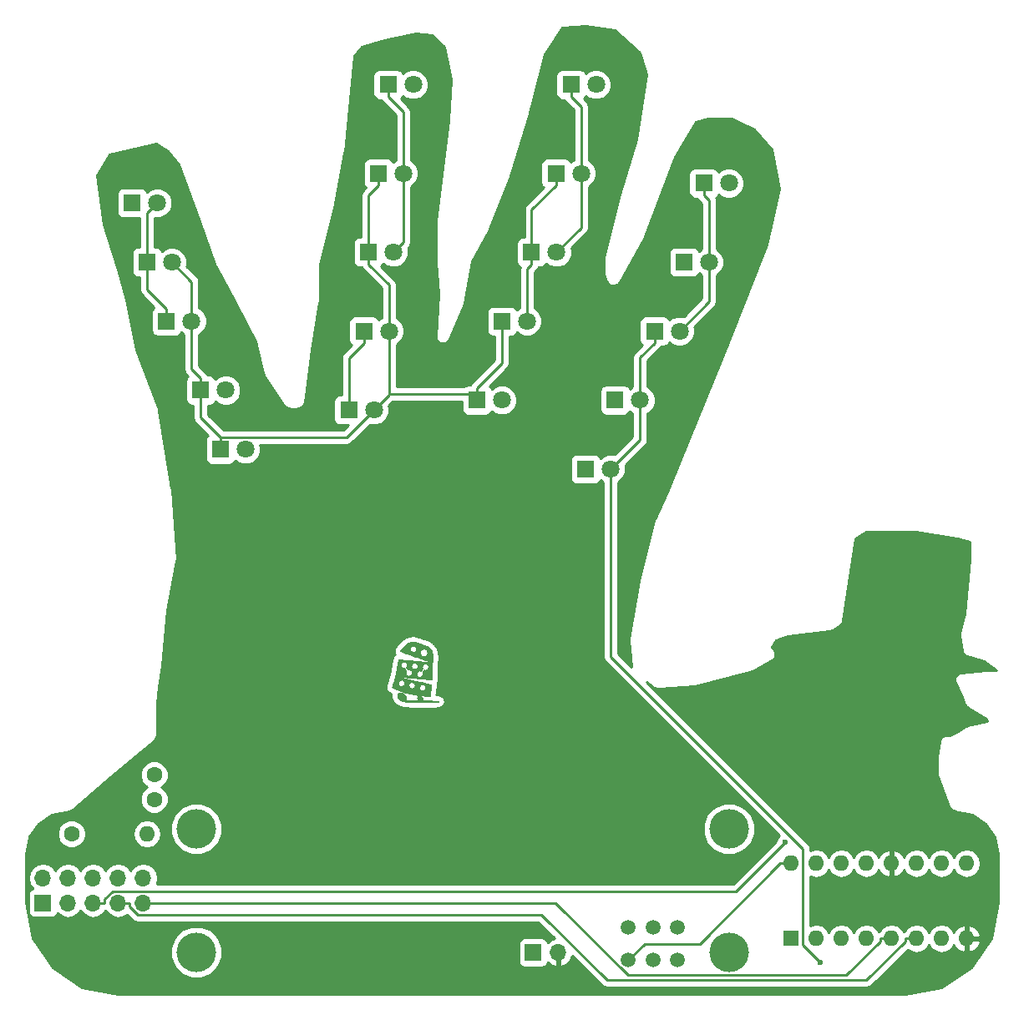
<source format=gbr>
G04 #@! TF.FileFunction,Copper,L2,Bot,Signal*
%FSLAX46Y46*%
G04 Gerber Fmt 4.6, Leading zero omitted, Abs format (unit mm)*
G04 Created by KiCad (PCBNEW 4.0.6) date 11/09/17 18:44:29*
%MOMM*%
%LPD*%
G01*
G04 APERTURE LIST*
%ADD10C,0.100000*%
%ADD11C,0.010000*%
%ADD12C,4.000000*%
%ADD13R,1.800000X1.800000*%
%ADD14C,1.800000*%
%ADD15C,1.600000*%
%ADD16O,1.600000X1.600000*%
%ADD17C,1.500000*%
%ADD18R,1.600000X1.600000*%
%ADD19R,1.700000X1.700000*%
%ADD20O,1.700000X1.700000*%
%ADD21C,0.600000*%
%ADD22C,0.250000*%
%ADD23C,0.254000*%
G04 APERTURE END LIST*
D10*
D11*
G36*
X138583060Y-118668017D02*
X138530758Y-118689739D01*
X138485313Y-118722916D01*
X138430529Y-118786341D01*
X138396586Y-118859592D01*
X138382207Y-118940007D01*
X138386117Y-119024922D01*
X138407038Y-119111673D01*
X138443695Y-119197597D01*
X138494811Y-119280031D01*
X138559110Y-119356311D01*
X138635317Y-119423774D01*
X138722154Y-119479756D01*
X138818345Y-119521594D01*
X138875809Y-119537850D01*
X138953464Y-119552981D01*
X139053972Y-119568190D01*
X139174787Y-119583226D01*
X139313364Y-119597840D01*
X139467158Y-119611781D01*
X139633624Y-119624799D01*
X139810216Y-119636644D01*
X139979400Y-119646289D01*
X140042862Y-119648801D01*
X140128709Y-119650981D01*
X140233927Y-119652827D01*
X140355504Y-119654342D01*
X140490427Y-119655527D01*
X140635684Y-119656382D01*
X140788260Y-119656908D01*
X140945144Y-119657107D01*
X141103322Y-119656981D01*
X141259781Y-119656528D01*
X141411508Y-119655752D01*
X141555491Y-119654653D01*
X141688717Y-119653231D01*
X141808171Y-119651489D01*
X141910843Y-119649426D01*
X141993718Y-119647045D01*
X142030450Y-119645568D01*
X142177542Y-119637593D01*
X142300026Y-119628375D01*
X142398669Y-119617790D01*
X142474239Y-119605716D01*
X142527503Y-119592028D01*
X142559229Y-119576603D01*
X142570183Y-119559317D01*
X142570200Y-119558561D01*
X142560272Y-119534802D01*
X142549359Y-119527119D01*
X142522313Y-119520007D01*
X142480033Y-119513868D01*
X142421282Y-119508660D01*
X142344825Y-119504339D01*
X142249426Y-119500863D01*
X142133851Y-119498189D01*
X141996864Y-119496274D01*
X141837229Y-119495075D01*
X141653710Y-119494549D01*
X141609661Y-119494520D01*
X140922171Y-119494300D01*
X140940811Y-119440325D01*
X140953008Y-119376183D01*
X140945360Y-119307662D01*
X140917274Y-119230194D01*
X140911953Y-119218943D01*
X140868594Y-119150952D01*
X140812731Y-119095475D01*
X140748319Y-119053574D01*
X140679315Y-119026314D01*
X140609675Y-119014756D01*
X140543356Y-119019965D01*
X140484315Y-119043003D01*
X140436508Y-119084934D01*
X140432555Y-119090128D01*
X140407272Y-119144866D01*
X140399977Y-119210959D01*
X140409753Y-119282801D01*
X140435682Y-119354785D01*
X140476848Y-119421303D01*
X140489165Y-119436140D01*
X140540359Y-119494300D01*
X140204793Y-119494300D01*
X140090446Y-119493925D01*
X139959968Y-119492876D01*
X139822616Y-119491269D01*
X139687645Y-119489216D01*
X139564313Y-119486833D01*
X139523974Y-119485902D01*
X139178720Y-119477504D01*
X139202925Y-119450977D01*
X139238491Y-119404468D01*
X139260678Y-119354386D01*
X139271837Y-119293380D01*
X139274407Y-119227600D01*
X139273293Y-119171208D01*
X139268452Y-119128813D01*
X139257439Y-119089742D01*
X139237807Y-119043325D01*
X139226804Y-119019915D01*
X139166882Y-118919635D01*
X139089084Y-118828992D01*
X138998851Y-118753523D01*
X138918950Y-118706631D01*
X138861747Y-118682022D01*
X138810386Y-118667650D01*
X138751625Y-118660204D01*
X138726864Y-118658623D01*
X138646252Y-118658224D01*
X138583060Y-118668017D01*
X138583060Y-118668017D01*
G37*
X138583060Y-118668017D02*
X138530758Y-118689739D01*
X138485313Y-118722916D01*
X138430529Y-118786341D01*
X138396586Y-118859592D01*
X138382207Y-118940007D01*
X138386117Y-119024922D01*
X138407038Y-119111673D01*
X138443695Y-119197597D01*
X138494811Y-119280031D01*
X138559110Y-119356311D01*
X138635317Y-119423774D01*
X138722154Y-119479756D01*
X138818345Y-119521594D01*
X138875809Y-119537850D01*
X138953464Y-119552981D01*
X139053972Y-119568190D01*
X139174787Y-119583226D01*
X139313364Y-119597840D01*
X139467158Y-119611781D01*
X139633624Y-119624799D01*
X139810216Y-119636644D01*
X139979400Y-119646289D01*
X140042862Y-119648801D01*
X140128709Y-119650981D01*
X140233927Y-119652827D01*
X140355504Y-119654342D01*
X140490427Y-119655527D01*
X140635684Y-119656382D01*
X140788260Y-119656908D01*
X140945144Y-119657107D01*
X141103322Y-119656981D01*
X141259781Y-119656528D01*
X141411508Y-119655752D01*
X141555491Y-119654653D01*
X141688717Y-119653231D01*
X141808171Y-119651489D01*
X141910843Y-119649426D01*
X141993718Y-119647045D01*
X142030450Y-119645568D01*
X142177542Y-119637593D01*
X142300026Y-119628375D01*
X142398669Y-119617790D01*
X142474239Y-119605716D01*
X142527503Y-119592028D01*
X142559229Y-119576603D01*
X142570183Y-119559317D01*
X142570200Y-119558561D01*
X142560272Y-119534802D01*
X142549359Y-119527119D01*
X142522313Y-119520007D01*
X142480033Y-119513868D01*
X142421282Y-119508660D01*
X142344825Y-119504339D01*
X142249426Y-119500863D01*
X142133851Y-119498189D01*
X141996864Y-119496274D01*
X141837229Y-119495075D01*
X141653710Y-119494549D01*
X141609661Y-119494520D01*
X140922171Y-119494300D01*
X140940811Y-119440325D01*
X140953008Y-119376183D01*
X140945360Y-119307662D01*
X140917274Y-119230194D01*
X140911953Y-119218943D01*
X140868594Y-119150952D01*
X140812731Y-119095475D01*
X140748319Y-119053574D01*
X140679315Y-119026314D01*
X140609675Y-119014756D01*
X140543356Y-119019965D01*
X140484315Y-119043003D01*
X140436508Y-119084934D01*
X140432555Y-119090128D01*
X140407272Y-119144866D01*
X140399977Y-119210959D01*
X140409753Y-119282801D01*
X140435682Y-119354785D01*
X140476848Y-119421303D01*
X140489165Y-119436140D01*
X140540359Y-119494300D01*
X140204793Y-119494300D01*
X140090446Y-119493925D01*
X139959968Y-119492876D01*
X139822616Y-119491269D01*
X139687645Y-119489216D01*
X139564313Y-119486833D01*
X139523974Y-119485902D01*
X139178720Y-119477504D01*
X139202925Y-119450977D01*
X139238491Y-119404468D01*
X139260678Y-119354386D01*
X139271837Y-119293380D01*
X139274407Y-119227600D01*
X139273293Y-119171208D01*
X139268452Y-119128813D01*
X139257439Y-119089742D01*
X139237807Y-119043325D01*
X139226804Y-119019915D01*
X139166882Y-118919635D01*
X139089084Y-118828992D01*
X138998851Y-118753523D01*
X138918950Y-118706631D01*
X138861747Y-118682022D01*
X138810386Y-118667650D01*
X138751625Y-118660204D01*
X138726864Y-118658623D01*
X138646252Y-118658224D01*
X138583060Y-118668017D01*
G36*
X138177839Y-117055110D02*
X138165113Y-117088066D01*
X138146750Y-117139339D01*
X138123713Y-117205966D01*
X138096965Y-117284982D01*
X138067468Y-117373421D01*
X138036186Y-117468320D01*
X138004080Y-117566711D01*
X137972113Y-117665632D01*
X137941248Y-117762116D01*
X137912447Y-117853200D01*
X137886674Y-117935918D01*
X137864891Y-118007304D01*
X137848060Y-118064395D01*
X137837144Y-118104225D01*
X137833105Y-118123830D01*
X137833101Y-118124117D01*
X137844606Y-118137461D01*
X137877449Y-118158471D01*
X137929114Y-118186075D01*
X137997090Y-118219199D01*
X138078862Y-118256771D01*
X138171918Y-118297719D01*
X138273745Y-118340969D01*
X138381828Y-118385451D01*
X138493656Y-118430090D01*
X138606715Y-118473814D01*
X138718492Y-118515552D01*
X138826473Y-118554230D01*
X138899900Y-118579394D01*
X139300177Y-118702773D01*
X139699429Y-118803740D01*
X140101202Y-118882905D01*
X140509043Y-118940879D01*
X140926502Y-118978272D01*
X141315358Y-118994875D01*
X141679765Y-119002792D01*
X141686478Y-118972321D01*
X141690442Y-118949252D01*
X141696927Y-118905454D01*
X141705536Y-118844024D01*
X141715872Y-118768055D01*
X141727539Y-118680642D01*
X141740140Y-118584880D01*
X141753279Y-118483862D01*
X141766558Y-118380685D01*
X141779582Y-118278441D01*
X141791954Y-118180227D01*
X141795145Y-118154554D01*
X141233934Y-118154554D01*
X141226796Y-118236268D01*
X141198145Y-118314322D01*
X141150227Y-118381481D01*
X141085897Y-118432583D01*
X141009752Y-118464603D01*
X140927572Y-118476779D01*
X140845135Y-118468349D01*
X140768220Y-118438551D01*
X140758935Y-118433072D01*
X140702730Y-118386405D01*
X140654736Y-118324268D01*
X140620979Y-118255568D01*
X140609667Y-118212499D01*
X140608454Y-118129998D01*
X140629522Y-118052248D01*
X140669782Y-117982788D01*
X140725464Y-117925850D01*
X140156643Y-117925850D01*
X140144825Y-118014249D01*
X140110761Y-118092925D01*
X140056529Y-118158614D01*
X139984211Y-118208056D01*
X139973332Y-118213237D01*
X139913837Y-118230385D01*
X139843552Y-118236144D01*
X139774368Y-118230316D01*
X139728168Y-118217329D01*
X139672425Y-118184344D01*
X139618133Y-118135733D01*
X139574192Y-118080156D01*
X139559065Y-118052850D01*
X139542255Y-117998007D01*
X139535242Y-117932187D01*
X139535179Y-117926684D01*
X139546027Y-117842674D01*
X139576825Y-117769361D01*
X139623970Y-117708360D01*
X139634933Y-117699742D01*
X139110593Y-117699742D01*
X139098835Y-117777266D01*
X139066436Y-117850019D01*
X139014119Y-117914415D01*
X138942606Y-117966868D01*
X138912600Y-117982002D01*
X138832128Y-118004946D01*
X138748519Y-118002894D01*
X138695994Y-117989100D01*
X138615790Y-117948714D01*
X138552190Y-117889386D01*
X138522359Y-117846044D01*
X138502264Y-117807055D01*
X138491511Y-117769928D01*
X138487475Y-117723571D01*
X138487150Y-117697250D01*
X138493250Y-117619240D01*
X138513649Y-117555903D01*
X138551501Y-117499087D01*
X138572792Y-117475789D01*
X138643213Y-117420101D01*
X138720605Y-117387530D01*
X138801390Y-117378089D01*
X138881994Y-117391789D01*
X138958841Y-117428641D01*
X139014805Y-117474395D01*
X139069300Y-117544721D01*
X139100988Y-117621032D01*
X139110593Y-117699742D01*
X139634933Y-117699742D01*
X139683858Y-117661285D01*
X139752885Y-117629748D01*
X139827448Y-117615364D01*
X139903944Y-117619746D01*
X139978767Y-117644509D01*
X140048316Y-117691265D01*
X140052497Y-117695039D01*
X140108746Y-117757984D01*
X140142355Y-117825079D01*
X140156022Y-117902299D01*
X140156643Y-117925850D01*
X140725464Y-117925850D01*
X140726144Y-117925155D01*
X140795518Y-117882885D01*
X140874816Y-117859515D01*
X140921059Y-117856000D01*
X140996673Y-117862598D01*
X141059738Y-117884856D01*
X141120109Y-117926462D01*
X141128512Y-117933693D01*
X141184567Y-117998642D01*
X141219783Y-118073804D01*
X141233934Y-118154554D01*
X141795145Y-118154554D01*
X141803277Y-118089135D01*
X141813155Y-118008262D01*
X141821190Y-117940702D01*
X141826987Y-117889548D01*
X141830149Y-117857897D01*
X141830484Y-117848650D01*
X141817724Y-117845354D01*
X141781829Y-117836983D01*
X141724475Y-117823908D01*
X141647337Y-117806497D01*
X141552090Y-117785121D01*
X141440410Y-117760149D01*
X141313971Y-117731952D01*
X141174449Y-117700900D01*
X141023518Y-117667362D01*
X140862855Y-117631708D01*
X140694134Y-117594308D01*
X140519031Y-117555533D01*
X140339220Y-117515751D01*
X140156376Y-117475334D01*
X139972176Y-117434650D01*
X139788294Y-117394070D01*
X139606406Y-117353963D01*
X139428185Y-117314700D01*
X139255309Y-117276651D01*
X139089451Y-117240184D01*
X138932287Y-117205672D01*
X138785493Y-117173482D01*
X138650743Y-117143985D01*
X138529713Y-117117551D01*
X138424077Y-117094551D01*
X138335511Y-117075353D01*
X138265691Y-117060327D01*
X138216290Y-117049844D01*
X138188985Y-117044274D01*
X138183967Y-117043439D01*
X138177839Y-117055110D01*
X138177839Y-117055110D01*
G37*
X138177839Y-117055110D02*
X138165113Y-117088066D01*
X138146750Y-117139339D01*
X138123713Y-117205966D01*
X138096965Y-117284982D01*
X138067468Y-117373421D01*
X138036186Y-117468320D01*
X138004080Y-117566711D01*
X137972113Y-117665632D01*
X137941248Y-117762116D01*
X137912447Y-117853200D01*
X137886674Y-117935918D01*
X137864891Y-118007304D01*
X137848060Y-118064395D01*
X137837144Y-118104225D01*
X137833105Y-118123830D01*
X137833101Y-118124117D01*
X137844606Y-118137461D01*
X137877449Y-118158471D01*
X137929114Y-118186075D01*
X137997090Y-118219199D01*
X138078862Y-118256771D01*
X138171918Y-118297719D01*
X138273745Y-118340969D01*
X138381828Y-118385451D01*
X138493656Y-118430090D01*
X138606715Y-118473814D01*
X138718492Y-118515552D01*
X138826473Y-118554230D01*
X138899900Y-118579394D01*
X139300177Y-118702773D01*
X139699429Y-118803740D01*
X140101202Y-118882905D01*
X140509043Y-118940879D01*
X140926502Y-118978272D01*
X141315358Y-118994875D01*
X141679765Y-119002792D01*
X141686478Y-118972321D01*
X141690442Y-118949252D01*
X141696927Y-118905454D01*
X141705536Y-118844024D01*
X141715872Y-118768055D01*
X141727539Y-118680642D01*
X141740140Y-118584880D01*
X141753279Y-118483862D01*
X141766558Y-118380685D01*
X141779582Y-118278441D01*
X141791954Y-118180227D01*
X141795145Y-118154554D01*
X141233934Y-118154554D01*
X141226796Y-118236268D01*
X141198145Y-118314322D01*
X141150227Y-118381481D01*
X141085897Y-118432583D01*
X141009752Y-118464603D01*
X140927572Y-118476779D01*
X140845135Y-118468349D01*
X140768220Y-118438551D01*
X140758935Y-118433072D01*
X140702730Y-118386405D01*
X140654736Y-118324268D01*
X140620979Y-118255568D01*
X140609667Y-118212499D01*
X140608454Y-118129998D01*
X140629522Y-118052248D01*
X140669782Y-117982788D01*
X140725464Y-117925850D01*
X140156643Y-117925850D01*
X140144825Y-118014249D01*
X140110761Y-118092925D01*
X140056529Y-118158614D01*
X139984211Y-118208056D01*
X139973332Y-118213237D01*
X139913837Y-118230385D01*
X139843552Y-118236144D01*
X139774368Y-118230316D01*
X139728168Y-118217329D01*
X139672425Y-118184344D01*
X139618133Y-118135733D01*
X139574192Y-118080156D01*
X139559065Y-118052850D01*
X139542255Y-117998007D01*
X139535242Y-117932187D01*
X139535179Y-117926684D01*
X139546027Y-117842674D01*
X139576825Y-117769361D01*
X139623970Y-117708360D01*
X139634933Y-117699742D01*
X139110593Y-117699742D01*
X139098835Y-117777266D01*
X139066436Y-117850019D01*
X139014119Y-117914415D01*
X138942606Y-117966868D01*
X138912600Y-117982002D01*
X138832128Y-118004946D01*
X138748519Y-118002894D01*
X138695994Y-117989100D01*
X138615790Y-117948714D01*
X138552190Y-117889386D01*
X138522359Y-117846044D01*
X138502264Y-117807055D01*
X138491511Y-117769928D01*
X138487475Y-117723571D01*
X138487150Y-117697250D01*
X138493250Y-117619240D01*
X138513649Y-117555903D01*
X138551501Y-117499087D01*
X138572792Y-117475789D01*
X138643213Y-117420101D01*
X138720605Y-117387530D01*
X138801390Y-117378089D01*
X138881994Y-117391789D01*
X138958841Y-117428641D01*
X139014805Y-117474395D01*
X139069300Y-117544721D01*
X139100988Y-117621032D01*
X139110593Y-117699742D01*
X139634933Y-117699742D01*
X139683858Y-117661285D01*
X139752885Y-117629748D01*
X139827448Y-117615364D01*
X139903944Y-117619746D01*
X139978767Y-117644509D01*
X140048316Y-117691265D01*
X140052497Y-117695039D01*
X140108746Y-117757984D01*
X140142355Y-117825079D01*
X140156022Y-117902299D01*
X140156643Y-117925850D01*
X140725464Y-117925850D01*
X140726144Y-117925155D01*
X140795518Y-117882885D01*
X140874816Y-117859515D01*
X140921059Y-117856000D01*
X140996673Y-117862598D01*
X141059738Y-117884856D01*
X141120109Y-117926462D01*
X141128512Y-117933693D01*
X141184567Y-117998642D01*
X141219783Y-118073804D01*
X141233934Y-118154554D01*
X141795145Y-118154554D01*
X141803277Y-118089135D01*
X141813155Y-118008262D01*
X141821190Y-117940702D01*
X141826987Y-117889548D01*
X141830149Y-117857897D01*
X141830484Y-117848650D01*
X141817724Y-117845354D01*
X141781829Y-117836983D01*
X141724475Y-117823908D01*
X141647337Y-117806497D01*
X141552090Y-117785121D01*
X141440410Y-117760149D01*
X141313971Y-117731952D01*
X141174449Y-117700900D01*
X141023518Y-117667362D01*
X140862855Y-117631708D01*
X140694134Y-117594308D01*
X140519031Y-117555533D01*
X140339220Y-117515751D01*
X140156376Y-117475334D01*
X139972176Y-117434650D01*
X139788294Y-117394070D01*
X139606406Y-117353963D01*
X139428185Y-117314700D01*
X139255309Y-117276651D01*
X139089451Y-117240184D01*
X138932287Y-117205672D01*
X138785493Y-117173482D01*
X138650743Y-117143985D01*
X138529713Y-117117551D01*
X138424077Y-117094551D01*
X138335511Y-117075353D01*
X138265691Y-117060327D01*
X138216290Y-117049844D01*
X138188985Y-117044274D01*
X138183967Y-117043439D01*
X138177839Y-117055110D01*
G36*
X138496182Y-115321784D02*
X138492946Y-115334871D01*
X138485639Y-115370383D01*
X138474721Y-115425848D01*
X138460649Y-115498792D01*
X138443883Y-115586742D01*
X138424879Y-115687225D01*
X138404096Y-115797766D01*
X138381993Y-115915893D01*
X138359027Y-116039132D01*
X138335657Y-116165010D01*
X138312342Y-116291053D01*
X138289539Y-116414788D01*
X138267707Y-116533741D01*
X138247303Y-116645439D01*
X138228787Y-116747409D01*
X138212615Y-116837177D01*
X138199248Y-116912270D01*
X138189142Y-116970214D01*
X138182756Y-117008537D01*
X138180549Y-117024763D01*
X138180613Y-117025143D01*
X138193234Y-117026355D01*
X138229746Y-117029671D01*
X138288740Y-117034967D01*
X138368804Y-117042118D01*
X138468528Y-117050999D01*
X138586501Y-117061484D01*
X138721313Y-117073448D01*
X138871554Y-117086767D01*
X139035813Y-117101315D01*
X139212679Y-117116967D01*
X139400742Y-117133598D01*
X139598592Y-117151083D01*
X139804818Y-117169296D01*
X140011150Y-117187508D01*
X140224920Y-117206390D01*
X140432161Y-117224734D01*
X140631422Y-117242408D01*
X140821251Y-117259283D01*
X141000198Y-117275229D01*
X141166810Y-117290114D01*
X141319636Y-117303810D01*
X141457224Y-117316185D01*
X141578124Y-117327109D01*
X141680884Y-117336453D01*
X141764052Y-117344085D01*
X141826177Y-117349875D01*
X141865807Y-117353694D01*
X141881225Y-117355365D01*
X141922500Y-117361850D01*
X141922500Y-116043148D01*
X141523796Y-116043148D01*
X141517810Y-116119856D01*
X141492324Y-116193588D01*
X141447348Y-116260508D01*
X141382896Y-116316779D01*
X141350768Y-116335922D01*
X141312415Y-116354827D01*
X141280889Y-116365164D01*
X141246355Y-116368714D01*
X141198977Y-116367260D01*
X141183255Y-116366277D01*
X141085360Y-116359874D01*
X140995930Y-116469762D01*
X140951458Y-116527140D01*
X140924016Y-116568925D01*
X140914153Y-116594244D01*
X140914787Y-116598700D01*
X140922411Y-116621028D01*
X140933324Y-116658493D01*
X140941554Y-116689173D01*
X140951531Y-116733919D01*
X140953214Y-116768494D01*
X140946374Y-116806291D01*
X140939110Y-116832573D01*
X140903034Y-116912665D01*
X140846603Y-116980692D01*
X140773706Y-117032167D01*
X140760450Y-117038718D01*
X140680875Y-117063949D01*
X140600355Y-117064708D01*
X140536577Y-117049195D01*
X140459411Y-117011110D01*
X140399251Y-116957745D01*
X140356427Y-116892981D01*
X140331269Y-116820698D01*
X140324107Y-116744775D01*
X140335270Y-116669093D01*
X140343434Y-116649500D01*
X139851843Y-116649500D01*
X139840606Y-116734544D01*
X139809211Y-116809688D01*
X139761130Y-116872651D01*
X139699834Y-116921155D01*
X139628794Y-116952923D01*
X139551484Y-116965675D01*
X139471374Y-116957134D01*
X139414250Y-116936681D01*
X139339204Y-116888888D01*
X139281998Y-116827156D01*
X139244004Y-116755313D01*
X139226593Y-116677188D01*
X139231138Y-116596611D01*
X139259009Y-116517412D01*
X139262032Y-116511717D01*
X139296504Y-116448381D01*
X139209327Y-116308507D01*
X139122150Y-116168634D01*
X139076128Y-116175484D01*
X139015835Y-116174482D01*
X138948343Y-116157725D01*
X138883302Y-116128465D01*
X138834956Y-116094233D01*
X138778525Y-116032341D01*
X138744572Y-115966499D01*
X138730275Y-115890503D01*
X138729390Y-115862100D01*
X138740589Y-115773022D01*
X138774003Y-115696167D01*
X138829359Y-115631948D01*
X138906383Y-115580781D01*
X138918950Y-115574650D01*
X139000495Y-115549487D01*
X139082697Y-115548779D01*
X139162274Y-115571888D01*
X139235943Y-115618176D01*
X139261111Y-115641115D01*
X139315087Y-115711529D01*
X139346267Y-115789901D01*
X139354112Y-115872511D01*
X139338084Y-115955639D01*
X139314314Y-116008715D01*
X139283294Y-116064217D01*
X139370318Y-116201283D01*
X139457342Y-116338350D01*
X139531046Y-116339174D01*
X139619306Y-116351443D01*
X139697669Y-116384236D01*
X139763108Y-116434624D01*
X139812594Y-116499676D01*
X139843099Y-116576464D01*
X139851843Y-116649500D01*
X140343434Y-116649500D01*
X140365089Y-116597531D01*
X140413893Y-116533970D01*
X140482011Y-116482288D01*
X140488092Y-116478899D01*
X140559597Y-116451527D01*
X140637645Y-116440663D01*
X140711374Y-116447688D01*
X140718712Y-116449600D01*
X140734602Y-116452317D01*
X140749731Y-116448649D01*
X140767810Y-116435577D01*
X140792550Y-116410082D01*
X140827662Y-116369146D01*
X140848701Y-116343835D01*
X140944228Y-116228419D01*
X140922525Y-116188134D01*
X140906430Y-116139064D01*
X140900049Y-116076397D01*
X140903183Y-116009924D01*
X140914005Y-115957350D01*
X140423343Y-115957350D01*
X140411820Y-116045881D01*
X140379045Y-116123240D01*
X140327705Y-116186738D01*
X140260488Y-116233687D01*
X140180083Y-116261399D01*
X140112750Y-116267942D01*
X140046613Y-116262253D01*
X139990222Y-116246799D01*
X139985469Y-116244737D01*
X139911018Y-116197729D01*
X139854200Y-116133950D01*
X139817176Y-116056779D01*
X139802111Y-115969591D01*
X139801879Y-115958184D01*
X139812115Y-115873693D01*
X139844425Y-115799814D01*
X139900204Y-115733533D01*
X139909863Y-115724778D01*
X139983433Y-115675452D01*
X140062946Y-115649661D01*
X140144845Y-115647385D01*
X140225577Y-115668601D01*
X140301587Y-115713287D01*
X140318524Y-115727318D01*
X140375393Y-115789338D01*
X140409345Y-115857283D01*
X140422863Y-115936598D01*
X140423343Y-115957350D01*
X140914005Y-115957350D01*
X140915635Y-115949436D01*
X140927940Y-115919250D01*
X140979080Y-115847802D01*
X141044467Y-115794527D01*
X141119912Y-115760768D01*
X141201228Y-115747865D01*
X141284226Y-115757161D01*
X141352493Y-115783267D01*
X141424630Y-115833522D01*
X141477218Y-115896145D01*
X141510269Y-115967299D01*
X141523796Y-116043148D01*
X141922500Y-116043148D01*
X141922500Y-115621950D01*
X141881225Y-115615186D01*
X141862523Y-115613065D01*
X141820444Y-115608906D01*
X141756920Y-115602886D01*
X141673876Y-115595178D01*
X141573243Y-115585959D01*
X141456948Y-115575404D01*
X141326920Y-115563687D01*
X141185087Y-115550985D01*
X141033377Y-115537472D01*
X140873719Y-115523324D01*
X140760450Y-115513329D01*
X140579361Y-115497369D01*
X140392421Y-115480878D01*
X140203068Y-115464161D01*
X140014740Y-115447521D01*
X139830875Y-115431263D01*
X139654910Y-115415690D01*
X139490284Y-115401108D01*
X139340433Y-115387819D01*
X139208796Y-115376129D01*
X139098810Y-115366340D01*
X139092775Y-115365802D01*
X138973164Y-115355331D01*
X138861359Y-115345911D01*
X138759890Y-115337731D01*
X138671286Y-115330976D01*
X138598078Y-115325834D01*
X138542795Y-115322491D01*
X138507968Y-115321134D01*
X138496182Y-115321784D01*
X138496182Y-115321784D01*
G37*
X138496182Y-115321784D02*
X138492946Y-115334871D01*
X138485639Y-115370383D01*
X138474721Y-115425848D01*
X138460649Y-115498792D01*
X138443883Y-115586742D01*
X138424879Y-115687225D01*
X138404096Y-115797766D01*
X138381993Y-115915893D01*
X138359027Y-116039132D01*
X138335657Y-116165010D01*
X138312342Y-116291053D01*
X138289539Y-116414788D01*
X138267707Y-116533741D01*
X138247303Y-116645439D01*
X138228787Y-116747409D01*
X138212615Y-116837177D01*
X138199248Y-116912270D01*
X138189142Y-116970214D01*
X138182756Y-117008537D01*
X138180549Y-117024763D01*
X138180613Y-117025143D01*
X138193234Y-117026355D01*
X138229746Y-117029671D01*
X138288740Y-117034967D01*
X138368804Y-117042118D01*
X138468528Y-117050999D01*
X138586501Y-117061484D01*
X138721313Y-117073448D01*
X138871554Y-117086767D01*
X139035813Y-117101315D01*
X139212679Y-117116967D01*
X139400742Y-117133598D01*
X139598592Y-117151083D01*
X139804818Y-117169296D01*
X140011150Y-117187508D01*
X140224920Y-117206390D01*
X140432161Y-117224734D01*
X140631422Y-117242408D01*
X140821251Y-117259283D01*
X141000198Y-117275229D01*
X141166810Y-117290114D01*
X141319636Y-117303810D01*
X141457224Y-117316185D01*
X141578124Y-117327109D01*
X141680884Y-117336453D01*
X141764052Y-117344085D01*
X141826177Y-117349875D01*
X141865807Y-117353694D01*
X141881225Y-117355365D01*
X141922500Y-117361850D01*
X141922500Y-116043148D01*
X141523796Y-116043148D01*
X141517810Y-116119856D01*
X141492324Y-116193588D01*
X141447348Y-116260508D01*
X141382896Y-116316779D01*
X141350768Y-116335922D01*
X141312415Y-116354827D01*
X141280889Y-116365164D01*
X141246355Y-116368714D01*
X141198977Y-116367260D01*
X141183255Y-116366277D01*
X141085360Y-116359874D01*
X140995930Y-116469762D01*
X140951458Y-116527140D01*
X140924016Y-116568925D01*
X140914153Y-116594244D01*
X140914787Y-116598700D01*
X140922411Y-116621028D01*
X140933324Y-116658493D01*
X140941554Y-116689173D01*
X140951531Y-116733919D01*
X140953214Y-116768494D01*
X140946374Y-116806291D01*
X140939110Y-116832573D01*
X140903034Y-116912665D01*
X140846603Y-116980692D01*
X140773706Y-117032167D01*
X140760450Y-117038718D01*
X140680875Y-117063949D01*
X140600355Y-117064708D01*
X140536577Y-117049195D01*
X140459411Y-117011110D01*
X140399251Y-116957745D01*
X140356427Y-116892981D01*
X140331269Y-116820698D01*
X140324107Y-116744775D01*
X140335270Y-116669093D01*
X140343434Y-116649500D01*
X139851843Y-116649500D01*
X139840606Y-116734544D01*
X139809211Y-116809688D01*
X139761130Y-116872651D01*
X139699834Y-116921155D01*
X139628794Y-116952923D01*
X139551484Y-116965675D01*
X139471374Y-116957134D01*
X139414250Y-116936681D01*
X139339204Y-116888888D01*
X139281998Y-116827156D01*
X139244004Y-116755313D01*
X139226593Y-116677188D01*
X139231138Y-116596611D01*
X139259009Y-116517412D01*
X139262032Y-116511717D01*
X139296504Y-116448381D01*
X139209327Y-116308507D01*
X139122150Y-116168634D01*
X139076128Y-116175484D01*
X139015835Y-116174482D01*
X138948343Y-116157725D01*
X138883302Y-116128465D01*
X138834956Y-116094233D01*
X138778525Y-116032341D01*
X138744572Y-115966499D01*
X138730275Y-115890503D01*
X138729390Y-115862100D01*
X138740589Y-115773022D01*
X138774003Y-115696167D01*
X138829359Y-115631948D01*
X138906383Y-115580781D01*
X138918950Y-115574650D01*
X139000495Y-115549487D01*
X139082697Y-115548779D01*
X139162274Y-115571888D01*
X139235943Y-115618176D01*
X139261111Y-115641115D01*
X139315087Y-115711529D01*
X139346267Y-115789901D01*
X139354112Y-115872511D01*
X139338084Y-115955639D01*
X139314314Y-116008715D01*
X139283294Y-116064217D01*
X139370318Y-116201283D01*
X139457342Y-116338350D01*
X139531046Y-116339174D01*
X139619306Y-116351443D01*
X139697669Y-116384236D01*
X139763108Y-116434624D01*
X139812594Y-116499676D01*
X139843099Y-116576464D01*
X139851843Y-116649500D01*
X140343434Y-116649500D01*
X140365089Y-116597531D01*
X140413893Y-116533970D01*
X140482011Y-116482288D01*
X140488092Y-116478899D01*
X140559597Y-116451527D01*
X140637645Y-116440663D01*
X140711374Y-116447688D01*
X140718712Y-116449600D01*
X140734602Y-116452317D01*
X140749731Y-116448649D01*
X140767810Y-116435577D01*
X140792550Y-116410082D01*
X140827662Y-116369146D01*
X140848701Y-116343835D01*
X140944228Y-116228419D01*
X140922525Y-116188134D01*
X140906430Y-116139064D01*
X140900049Y-116076397D01*
X140903183Y-116009924D01*
X140914005Y-115957350D01*
X140423343Y-115957350D01*
X140411820Y-116045881D01*
X140379045Y-116123240D01*
X140327705Y-116186738D01*
X140260488Y-116233687D01*
X140180083Y-116261399D01*
X140112750Y-116267942D01*
X140046613Y-116262253D01*
X139990222Y-116246799D01*
X139985469Y-116244737D01*
X139911018Y-116197729D01*
X139854200Y-116133950D01*
X139817176Y-116056779D01*
X139802111Y-115969591D01*
X139801879Y-115958184D01*
X139812115Y-115873693D01*
X139844425Y-115799814D01*
X139900204Y-115733533D01*
X139909863Y-115724778D01*
X139983433Y-115675452D01*
X140062946Y-115649661D01*
X140144845Y-115647385D01*
X140225577Y-115668601D01*
X140301587Y-115713287D01*
X140318524Y-115727318D01*
X140375393Y-115789338D01*
X140409345Y-115857283D01*
X140422863Y-115936598D01*
X140423343Y-115957350D01*
X140914005Y-115957350D01*
X140915635Y-115949436D01*
X140927940Y-115919250D01*
X140979080Y-115847802D01*
X141044467Y-115794527D01*
X141119912Y-115760768D01*
X141201228Y-115747865D01*
X141284226Y-115757161D01*
X141352493Y-115783267D01*
X141424630Y-115833522D01*
X141477218Y-115896145D01*
X141510269Y-115967299D01*
X141523796Y-116043148D01*
X141922500Y-116043148D01*
X141922500Y-115621950D01*
X141881225Y-115615186D01*
X141862523Y-115613065D01*
X141820444Y-115608906D01*
X141756920Y-115602886D01*
X141673876Y-115595178D01*
X141573243Y-115585959D01*
X141456948Y-115575404D01*
X141326920Y-115563687D01*
X141185087Y-115550985D01*
X141033377Y-115537472D01*
X140873719Y-115523324D01*
X140760450Y-115513329D01*
X140579361Y-115497369D01*
X140392421Y-115480878D01*
X140203068Y-115464161D01*
X140014740Y-115447521D01*
X139830875Y-115431263D01*
X139654910Y-115415690D01*
X139490284Y-115401108D01*
X139340433Y-115387819D01*
X139208796Y-115376129D01*
X139098810Y-115366340D01*
X139092775Y-115365802D01*
X138973164Y-115355331D01*
X138861359Y-115345911D01*
X138759890Y-115337731D01*
X138671286Y-115330976D01*
X138598078Y-115325834D01*
X138542795Y-115322491D01*
X138507968Y-115321134D01*
X138496182Y-115321784D01*
G36*
X139820968Y-113518278D02*
X139742881Y-113528414D01*
X139725400Y-113532060D01*
X139581284Y-113575754D01*
X139443132Y-113639401D01*
X139308662Y-113724401D01*
X139175592Y-113832154D01*
X139070200Y-113934034D01*
X138914295Y-114111096D01*
X138781123Y-114296859D01*
X138707725Y-114420077D01*
X138672985Y-114483004D01*
X139291268Y-114696616D01*
X139406437Y-114736405D01*
X139542046Y-114783255D01*
X139694525Y-114835931D01*
X139860306Y-114893201D01*
X140035819Y-114953833D01*
X140217495Y-115016593D01*
X140401766Y-115080249D01*
X140585063Y-115143567D01*
X140763817Y-115205315D01*
X140906500Y-115254602D01*
X141059298Y-115307387D01*
X141205291Y-115357830D01*
X141342681Y-115405309D01*
X141469670Y-115449202D01*
X141584463Y-115488889D01*
X141685261Y-115523747D01*
X141770267Y-115553155D01*
X141837684Y-115576492D01*
X141885714Y-115593136D01*
X141912561Y-115602465D01*
X141917699Y-115604273D01*
X141926487Y-115594719D01*
X141936921Y-115560960D01*
X141948700Y-115504113D01*
X141955229Y-115465959D01*
X141966931Y-115372897D01*
X141974752Y-115266319D01*
X141978678Y-115152797D01*
X141978694Y-115038905D01*
X141974785Y-114931214D01*
X141966934Y-114836298D01*
X141956842Y-114768997D01*
X141910954Y-114592639D01*
X141906431Y-114581395D01*
X141426415Y-114581395D01*
X141424508Y-114628383D01*
X141413346Y-114714584D01*
X141391837Y-114777679D01*
X141357752Y-114827572D01*
X141308856Y-114879162D01*
X141253198Y-114925224D01*
X141198831Y-114958538D01*
X141182413Y-114965552D01*
X141121977Y-114979093D01*
X141049730Y-114982431D01*
X140975905Y-114976111D01*
X140910738Y-114960676D01*
X140884613Y-114949717D01*
X140806047Y-114896309D01*
X140745489Y-114828528D01*
X140703566Y-114750233D01*
X140680903Y-114665282D01*
X140678126Y-114577531D01*
X140695860Y-114490839D01*
X140734731Y-114409062D01*
X140786473Y-114344674D01*
X140861198Y-114286264D01*
X140938232Y-114252244D01*
X140317491Y-114252244D01*
X140301125Y-114335716D01*
X140283210Y-114377828D01*
X140253463Y-114421273D01*
X140210297Y-114466447D01*
X140161714Y-114506206D01*
X140115720Y-114533409D01*
X140103669Y-114538039D01*
X140037159Y-114550287D01*
X139964496Y-114549490D01*
X139900000Y-114535880D01*
X139823860Y-114496139D01*
X139762565Y-114438902D01*
X139718374Y-114368493D01*
X139693549Y-114289239D01*
X139690353Y-114205464D01*
X139700105Y-114153576D01*
X139722187Y-114102962D01*
X139758486Y-114049468D01*
X139771591Y-114034047D01*
X139840520Y-113974033D01*
X139916449Y-113937172D01*
X139996100Y-113923567D01*
X140076193Y-113933321D01*
X140153447Y-113966535D01*
X140221305Y-114019995D01*
X140277111Y-114091667D01*
X140309330Y-114169989D01*
X140317491Y-114252244D01*
X140938232Y-114252244D01*
X140943638Y-114249857D01*
X141030122Y-114234748D01*
X141116983Y-114240233D01*
X141200552Y-114265608D01*
X141277160Y-114310167D01*
X141343137Y-114373208D01*
X141394816Y-114454026D01*
X141398657Y-114462185D01*
X141415487Y-114503131D01*
X141424192Y-114539349D01*
X141426415Y-114581395D01*
X141906431Y-114581395D01*
X141846841Y-114433271D01*
X141764829Y-114291321D01*
X141665243Y-114167216D01*
X141548409Y-114061383D01*
X141414653Y-113974248D01*
X141314159Y-113925879D01*
X141274248Y-113910064D01*
X141215034Y-113887925D01*
X141139758Y-113860577D01*
X141051662Y-113829134D01*
X140953987Y-113794710D01*
X140849974Y-113758420D01*
X140742863Y-113721379D01*
X140635898Y-113684701D01*
X140532317Y-113649501D01*
X140435364Y-113616893D01*
X140348278Y-113587992D01*
X140274302Y-113563913D01*
X140216676Y-113545769D01*
X140178642Y-113534676D01*
X140170828Y-113532726D01*
X140096294Y-113520893D01*
X140006953Y-113514531D01*
X139912085Y-113513654D01*
X139820968Y-113518278D01*
X139820968Y-113518278D01*
G37*
X139820968Y-113518278D02*
X139742881Y-113528414D01*
X139725400Y-113532060D01*
X139581284Y-113575754D01*
X139443132Y-113639401D01*
X139308662Y-113724401D01*
X139175592Y-113832154D01*
X139070200Y-113934034D01*
X138914295Y-114111096D01*
X138781123Y-114296859D01*
X138707725Y-114420077D01*
X138672985Y-114483004D01*
X139291268Y-114696616D01*
X139406437Y-114736405D01*
X139542046Y-114783255D01*
X139694525Y-114835931D01*
X139860306Y-114893201D01*
X140035819Y-114953833D01*
X140217495Y-115016593D01*
X140401766Y-115080249D01*
X140585063Y-115143567D01*
X140763817Y-115205315D01*
X140906500Y-115254602D01*
X141059298Y-115307387D01*
X141205291Y-115357830D01*
X141342681Y-115405309D01*
X141469670Y-115449202D01*
X141584463Y-115488889D01*
X141685261Y-115523747D01*
X141770267Y-115553155D01*
X141837684Y-115576492D01*
X141885714Y-115593136D01*
X141912561Y-115602465D01*
X141917699Y-115604273D01*
X141926487Y-115594719D01*
X141936921Y-115560960D01*
X141948700Y-115504113D01*
X141955229Y-115465959D01*
X141966931Y-115372897D01*
X141974752Y-115266319D01*
X141978678Y-115152797D01*
X141978694Y-115038905D01*
X141974785Y-114931214D01*
X141966934Y-114836298D01*
X141956842Y-114768997D01*
X141910954Y-114592639D01*
X141906431Y-114581395D01*
X141426415Y-114581395D01*
X141424508Y-114628383D01*
X141413346Y-114714584D01*
X141391837Y-114777679D01*
X141357752Y-114827572D01*
X141308856Y-114879162D01*
X141253198Y-114925224D01*
X141198831Y-114958538D01*
X141182413Y-114965552D01*
X141121977Y-114979093D01*
X141049730Y-114982431D01*
X140975905Y-114976111D01*
X140910738Y-114960676D01*
X140884613Y-114949717D01*
X140806047Y-114896309D01*
X140745489Y-114828528D01*
X140703566Y-114750233D01*
X140680903Y-114665282D01*
X140678126Y-114577531D01*
X140695860Y-114490839D01*
X140734731Y-114409062D01*
X140786473Y-114344674D01*
X140861198Y-114286264D01*
X140938232Y-114252244D01*
X140317491Y-114252244D01*
X140301125Y-114335716D01*
X140283210Y-114377828D01*
X140253463Y-114421273D01*
X140210297Y-114466447D01*
X140161714Y-114506206D01*
X140115720Y-114533409D01*
X140103669Y-114538039D01*
X140037159Y-114550287D01*
X139964496Y-114549490D01*
X139900000Y-114535880D01*
X139823860Y-114496139D01*
X139762565Y-114438902D01*
X139718374Y-114368493D01*
X139693549Y-114289239D01*
X139690353Y-114205464D01*
X139700105Y-114153576D01*
X139722187Y-114102962D01*
X139758486Y-114049468D01*
X139771591Y-114034047D01*
X139840520Y-113974033D01*
X139916449Y-113937172D01*
X139996100Y-113923567D01*
X140076193Y-113933321D01*
X140153447Y-113966535D01*
X140221305Y-114019995D01*
X140277111Y-114091667D01*
X140309330Y-114169989D01*
X140317491Y-114252244D01*
X140938232Y-114252244D01*
X140943638Y-114249857D01*
X141030122Y-114234748D01*
X141116983Y-114240233D01*
X141200552Y-114265608D01*
X141277160Y-114310167D01*
X141343137Y-114373208D01*
X141394816Y-114454026D01*
X141398657Y-114462185D01*
X141415487Y-114503131D01*
X141424192Y-114539349D01*
X141426415Y-114581395D01*
X141906431Y-114581395D01*
X141846841Y-114433271D01*
X141764829Y-114291321D01*
X141665243Y-114167216D01*
X141548409Y-114061383D01*
X141414653Y-113974248D01*
X141314159Y-113925879D01*
X141274248Y-113910064D01*
X141215034Y-113887925D01*
X141139758Y-113860577D01*
X141051662Y-113829134D01*
X140953987Y-113794710D01*
X140849974Y-113758420D01*
X140742863Y-113721379D01*
X140635898Y-113684701D01*
X140532317Y-113649501D01*
X140435364Y-113616893D01*
X140348278Y-113587992D01*
X140274302Y-113563913D01*
X140216676Y-113545769D01*
X140178642Y-113534676D01*
X140170828Y-113532726D01*
X140096294Y-113520893D01*
X140006953Y-113514531D01*
X139912085Y-113513654D01*
X139820968Y-113518278D01*
D12*
X172000000Y-145000000D03*
X118000000Y-132500000D03*
X172000000Y-132500000D03*
D13*
X111506000Y-69000000D03*
D14*
X114046000Y-69000000D03*
D13*
X115000000Y-81000000D03*
D14*
X117540000Y-81000000D03*
D13*
X120460000Y-94000000D03*
D14*
X123000000Y-94000000D03*
D13*
X113000000Y-75000000D03*
D14*
X115540000Y-75000000D03*
D13*
X118460000Y-88000000D03*
D14*
X121000000Y-88000000D03*
D13*
X137460000Y-57000000D03*
D14*
X140000000Y-57000000D03*
D13*
X135460000Y-74000000D03*
D14*
X138000000Y-74000000D03*
D13*
X133460000Y-90000000D03*
D14*
X136000000Y-90000000D03*
D13*
X136460000Y-66000000D03*
D14*
X139000000Y-66000000D03*
D13*
X135000000Y-82000000D03*
D14*
X137540000Y-82000000D03*
D13*
X156000000Y-57000000D03*
D14*
X158540000Y-57000000D03*
D13*
X152000000Y-74000000D03*
D14*
X154540000Y-74000000D03*
D13*
X146460000Y-89000000D03*
D14*
X149000000Y-89000000D03*
D13*
X154460000Y-66000000D03*
D14*
X157000000Y-66000000D03*
D13*
X149000000Y-81000000D03*
D14*
X151540000Y-81000000D03*
D13*
X169460000Y-67000000D03*
D14*
X172000000Y-67000000D03*
D13*
X164460000Y-82000000D03*
D14*
X167000000Y-82000000D03*
D13*
X157460000Y-96000000D03*
D14*
X160000000Y-96000000D03*
D13*
X167460000Y-75000000D03*
D14*
X170000000Y-75000000D03*
D13*
X160460000Y-89000000D03*
D14*
X163000000Y-89000000D03*
D15*
X105380000Y-133000000D03*
D16*
X113000000Y-133000000D03*
D17*
X164298000Y-142494000D03*
X166798000Y-142494000D03*
X161798000Y-142494000D03*
X161798000Y-145794000D03*
X164298000Y-145794000D03*
X166798000Y-145794000D03*
D18*
X178300000Y-143620000D03*
D16*
X196080000Y-136000000D03*
X180840000Y-143620000D03*
X193540000Y-136000000D03*
X183380000Y-143620000D03*
X191000000Y-136000000D03*
X185920000Y-143620000D03*
X188460000Y-136000000D03*
X188460000Y-143620000D03*
X185920000Y-136000000D03*
X191000000Y-143620000D03*
X183380000Y-136000000D03*
X193540000Y-143620000D03*
X180840000Y-136000000D03*
X196080000Y-143620000D03*
X178300000Y-136000000D03*
D19*
X152146000Y-145034000D03*
D20*
X154686000Y-145034000D03*
D15*
X113750000Y-129500000D03*
X113750000Y-127000000D03*
D12*
X118000000Y-145000000D03*
D19*
X102460000Y-140000000D03*
D20*
X102460000Y-137460000D03*
X105000000Y-140000000D03*
X105000000Y-137460000D03*
X107540000Y-140000000D03*
X107540000Y-137460000D03*
X110080000Y-140000000D03*
X110080000Y-137460000D03*
X112620000Y-140000000D03*
X112620000Y-137460000D03*
D21*
X177688400Y-133873800D03*
X181262000Y-146009000D03*
D22*
X154447800Y-140000000D02*
X112620000Y-140000000D01*
X161775500Y-147327700D02*
X154447800Y-140000000D01*
X183908300Y-147327700D02*
X161775500Y-147327700D01*
X187334700Y-143901300D02*
X183908300Y-147327700D01*
X187334700Y-143620000D02*
X187334700Y-143901300D01*
X188460000Y-143620000D02*
X187334700Y-143620000D01*
X172737500Y-138824700D02*
X177688400Y-133873800D01*
X109523200Y-138824700D02*
X172737500Y-138824700D01*
X108715300Y-139632600D02*
X109523200Y-138824700D01*
X108715300Y-140000000D02*
X108715300Y-139632600D01*
X107540000Y-140000000D02*
X108715300Y-140000000D01*
X189874700Y-143901300D02*
X189874700Y-143620000D01*
X185952200Y-147823800D02*
X189874700Y-143901300D01*
X159637500Y-147823800D02*
X185952200Y-147823800D01*
X152989000Y-141175300D02*
X159637500Y-147823800D01*
X112063200Y-141175300D02*
X152989000Y-141175300D01*
X111255300Y-140367400D02*
X112063200Y-141175300D01*
X111255300Y-140000000D02*
X111255300Y-140367400D01*
X110080000Y-140000000D02*
X111255300Y-140000000D01*
X191000000Y-143620000D02*
X189874700Y-143620000D01*
X163448000Y-144144000D02*
X161798000Y-145794000D01*
X169030700Y-144144000D02*
X163448000Y-144144000D01*
X177174700Y-136000000D02*
X169030700Y-144144000D01*
X178300000Y-136000000D02*
X177174700Y-136000000D01*
X164460000Y-82000000D02*
X164460000Y-83225300D01*
X149000000Y-85234700D02*
X146460000Y-87774700D01*
X149000000Y-81000000D02*
X149000000Y-85234700D01*
X157000000Y-71540000D02*
X157000000Y-66000000D01*
X154540000Y-74000000D02*
X157000000Y-71540000D01*
X157000000Y-59225300D02*
X156000000Y-58225300D01*
X157000000Y-66000000D02*
X157000000Y-59225300D01*
X156000000Y-57000000D02*
X156000000Y-58225300D01*
X135460000Y-68225300D02*
X135460000Y-74000000D01*
X136460000Y-67225300D02*
X135460000Y-68225300D01*
X136460000Y-66000000D02*
X136460000Y-67225300D01*
X137540000Y-77305300D02*
X135460000Y-75225300D01*
X137540000Y-82000000D02*
X137540000Y-77305300D01*
X135460000Y-74000000D02*
X135460000Y-75225300D01*
X117540000Y-85854700D02*
X117540000Y-81000000D01*
X118460000Y-86774700D02*
X117540000Y-85854700D01*
X118460000Y-88000000D02*
X118460000Y-86774700D01*
X117540000Y-77000000D02*
X117540000Y-81000000D01*
X115540000Y-75000000D02*
X117540000Y-77000000D01*
X118460000Y-90774700D02*
X118460000Y-88000000D01*
X120460000Y-92774700D02*
X118460000Y-90774700D01*
X120460000Y-94000000D02*
X120460000Y-92774700D01*
X163000000Y-84685300D02*
X163000000Y-89000000D01*
X164460000Y-83225300D02*
X163000000Y-84685300D01*
X163000000Y-93000000D02*
X160000000Y-96000000D01*
X163000000Y-89000000D02*
X163000000Y-93000000D01*
X133225300Y-92774700D02*
X120460000Y-92774700D01*
X136000000Y-90000000D02*
X133225300Y-92774700D01*
X146460000Y-88387300D02*
X137540000Y-88387300D01*
X137540000Y-82000000D02*
X137540000Y-88387300D01*
X137540000Y-88460000D02*
X136000000Y-90000000D01*
X137540000Y-88387300D02*
X137540000Y-88460000D01*
X146460000Y-89000000D02*
X146460000Y-88387300D01*
X146460000Y-88387300D02*
X146460000Y-87774700D01*
X160000000Y-115026600D02*
X160000000Y-96000000D01*
X179506100Y-134532700D02*
X160000000Y-115026600D01*
X179506100Y-144253100D02*
X179506100Y-134532700D01*
X181262000Y-146009000D02*
X179506100Y-144253100D01*
X170000000Y-68765300D02*
X169460000Y-68225300D01*
X170000000Y-75000000D02*
X170000000Y-68765300D01*
X169460000Y-67000000D02*
X169460000Y-68225300D01*
X170000000Y-79000000D02*
X170000000Y-75000000D01*
X167000000Y-82000000D02*
X170000000Y-79000000D01*
X152000000Y-69685300D02*
X152000000Y-74000000D01*
X154460000Y-67225300D02*
X152000000Y-69685300D01*
X154460000Y-66000000D02*
X154460000Y-67225300D01*
X133460000Y-84765300D02*
X133460000Y-90000000D01*
X135000000Y-83225300D02*
X133460000Y-84765300D01*
X135000000Y-82000000D02*
X135000000Y-83225300D01*
X139000000Y-73000000D02*
X139000000Y-66000000D01*
X138000000Y-74000000D02*
X139000000Y-73000000D01*
X139000000Y-59765300D02*
X137460000Y-58225300D01*
X139000000Y-66000000D02*
X139000000Y-59765300D01*
X137460000Y-57000000D02*
X137460000Y-58225300D01*
X113000000Y-70046000D02*
X114046000Y-69000000D01*
X113000000Y-75000000D02*
X113000000Y-70046000D01*
X113000000Y-77774700D02*
X113000000Y-75000000D01*
X115000000Y-79774700D02*
X113000000Y-77774700D01*
X115000000Y-81000000D02*
X115000000Y-79774700D01*
X151540000Y-75685300D02*
X152000000Y-75225300D01*
X151540000Y-81000000D02*
X151540000Y-75685300D01*
X152000000Y-74000000D02*
X152000000Y-75225300D01*
D23*
G36*
X160462655Y-51469223D02*
X162952574Y-53732786D01*
X163612478Y-55932468D01*
X162627400Y-62581748D01*
X160864762Y-68373275D01*
X160862964Y-68391363D01*
X160855199Y-68407800D01*
X159331199Y-74503800D01*
X159326971Y-74590683D01*
X159310000Y-74676000D01*
X159310000Y-75946000D01*
X159332202Y-76057617D01*
X159346435Y-76170522D01*
X159600435Y-76932522D01*
X159661542Y-77039720D01*
X159717928Y-77149455D01*
X159729871Y-77159585D01*
X159737628Y-77173193D01*
X159835110Y-77248850D01*
X159929194Y-77328652D01*
X159944104Y-77333440D01*
X159956478Y-77343044D01*
X160075488Y-77375635D01*
X160192953Y-77413359D01*
X160208562Y-77412077D01*
X160223669Y-77416214D01*
X160346096Y-77400781D01*
X160469052Y-77390682D01*
X160482980Y-77383525D01*
X160498522Y-77381566D01*
X160605730Y-77320453D01*
X160715455Y-77264072D01*
X160725585Y-77252129D01*
X160739193Y-77244372D01*
X160814850Y-77146890D01*
X160894652Y-77052806D01*
X163434652Y-72480807D01*
X163450859Y-72430341D01*
X163478794Y-72385298D01*
X166504089Y-64317844D01*
X168621690Y-60788509D01*
X169787217Y-60400000D01*
X172298392Y-60400000D01*
X174566180Y-61533894D01*
X176373749Y-63567409D01*
X177076515Y-67549750D01*
X175848146Y-73200248D01*
X171807202Y-83555167D01*
X165718598Y-98269291D01*
X164453640Y-101052200D01*
X164438859Y-101115248D01*
X164411199Y-101173800D01*
X162887199Y-107269800D01*
X162885927Y-107295937D01*
X162876500Y-107320347D01*
X161860500Y-113162348D01*
X161862752Y-113255560D01*
X161852916Y-113348280D01*
X162098559Y-116050357D01*
X160760000Y-114711798D01*
X160760000Y-97346846D01*
X160868371Y-97302068D01*
X161300551Y-96870643D01*
X161534733Y-96306670D01*
X161535265Y-95696009D01*
X161489515Y-95585287D01*
X163537401Y-93537401D01*
X163702148Y-93290839D01*
X163760000Y-93000000D01*
X163760000Y-90346846D01*
X163868371Y-90302068D01*
X164300551Y-89870643D01*
X164534733Y-89306670D01*
X164535265Y-88696009D01*
X164302068Y-88131629D01*
X163870643Y-87699449D01*
X163760000Y-87653506D01*
X163760000Y-85000102D01*
X164997401Y-83762701D01*
X165141233Y-83547440D01*
X165360000Y-83547440D01*
X165595317Y-83503162D01*
X165811441Y-83364090D01*
X165956431Y-83151890D01*
X165960567Y-83131466D01*
X166129357Y-83300551D01*
X166693330Y-83534733D01*
X167303991Y-83535265D01*
X167868371Y-83302068D01*
X168300551Y-82870643D01*
X168534733Y-82306670D01*
X168535265Y-81696009D01*
X168489515Y-81585287D01*
X170537401Y-79537401D01*
X170702148Y-79290839D01*
X170760000Y-79000000D01*
X170760000Y-76346846D01*
X170868371Y-76302068D01*
X171300551Y-75870643D01*
X171534733Y-75306670D01*
X171535265Y-74696009D01*
X171302068Y-74131629D01*
X170870643Y-73699449D01*
X170760000Y-73653506D01*
X170760000Y-68765300D01*
X170714137Y-68534733D01*
X170702148Y-68474460D01*
X170683438Y-68446458D01*
X170811441Y-68364090D01*
X170956431Y-68151890D01*
X170960567Y-68131466D01*
X171129357Y-68300551D01*
X171693330Y-68534733D01*
X172303991Y-68535265D01*
X172868371Y-68302068D01*
X173300551Y-67870643D01*
X173534733Y-67306670D01*
X173535265Y-66696009D01*
X173302068Y-66131629D01*
X172870643Y-65699449D01*
X172306670Y-65465267D01*
X171696009Y-65464735D01*
X171131629Y-65697932D01*
X170963387Y-65865880D01*
X170963162Y-65864683D01*
X170824090Y-65648559D01*
X170611890Y-65503569D01*
X170360000Y-65452560D01*
X168560000Y-65452560D01*
X168324683Y-65496838D01*
X168108559Y-65635910D01*
X167963569Y-65848110D01*
X167912560Y-66100000D01*
X167912560Y-67900000D01*
X167956838Y-68135317D01*
X168095910Y-68351441D01*
X168308110Y-68496431D01*
X168560000Y-68547440D01*
X168778767Y-68547440D01*
X168922599Y-68762701D01*
X169240000Y-69080102D01*
X169240000Y-73653154D01*
X169131629Y-73697932D01*
X168963387Y-73865880D01*
X168963162Y-73864683D01*
X168824090Y-73648559D01*
X168611890Y-73503569D01*
X168360000Y-73452560D01*
X166560000Y-73452560D01*
X166324683Y-73496838D01*
X166108559Y-73635910D01*
X165963569Y-73848110D01*
X165912560Y-74100000D01*
X165912560Y-75900000D01*
X165956838Y-76135317D01*
X166095910Y-76351441D01*
X166308110Y-76496431D01*
X166560000Y-76547440D01*
X168360000Y-76547440D01*
X168595317Y-76503162D01*
X168811441Y-76364090D01*
X168956431Y-76151890D01*
X168960567Y-76131466D01*
X169129357Y-76300551D01*
X169240000Y-76346494D01*
X169240000Y-78685198D01*
X167414964Y-80510234D01*
X167306670Y-80465267D01*
X166696009Y-80464735D01*
X166131629Y-80697932D01*
X165963387Y-80865880D01*
X165963162Y-80864683D01*
X165824090Y-80648559D01*
X165611890Y-80503569D01*
X165360000Y-80452560D01*
X163560000Y-80452560D01*
X163324683Y-80496838D01*
X163108559Y-80635910D01*
X162963569Y-80848110D01*
X162912560Y-81100000D01*
X162912560Y-82900000D01*
X162956838Y-83135317D01*
X163095910Y-83351441D01*
X163192833Y-83417665D01*
X162462599Y-84147899D01*
X162297852Y-84394461D01*
X162240000Y-84685300D01*
X162240000Y-87653154D01*
X162131629Y-87697932D01*
X161963387Y-87865880D01*
X161963162Y-87864683D01*
X161824090Y-87648559D01*
X161611890Y-87503569D01*
X161360000Y-87452560D01*
X159560000Y-87452560D01*
X159324683Y-87496838D01*
X159108559Y-87635910D01*
X158963569Y-87848110D01*
X158912560Y-88100000D01*
X158912560Y-89900000D01*
X158956838Y-90135317D01*
X159095910Y-90351441D01*
X159308110Y-90496431D01*
X159560000Y-90547440D01*
X161360000Y-90547440D01*
X161595317Y-90503162D01*
X161811441Y-90364090D01*
X161956431Y-90151890D01*
X161960567Y-90131466D01*
X162129357Y-90300551D01*
X162240000Y-90346494D01*
X162240000Y-92685198D01*
X160414964Y-94510234D01*
X160306670Y-94465267D01*
X159696009Y-94464735D01*
X159131629Y-94697932D01*
X158963387Y-94865880D01*
X158963162Y-94864683D01*
X158824090Y-94648559D01*
X158611890Y-94503569D01*
X158360000Y-94452560D01*
X156560000Y-94452560D01*
X156324683Y-94496838D01*
X156108559Y-94635910D01*
X155963569Y-94848110D01*
X155912560Y-95100000D01*
X155912560Y-96900000D01*
X155956838Y-97135317D01*
X156095910Y-97351441D01*
X156308110Y-97496431D01*
X156560000Y-97547440D01*
X158360000Y-97547440D01*
X158595317Y-97503162D01*
X158811441Y-97364090D01*
X158956431Y-97151890D01*
X158960567Y-97131466D01*
X159129357Y-97300551D01*
X159240000Y-97346494D01*
X159240000Y-115026600D01*
X159297852Y-115317439D01*
X159462599Y-115564001D01*
X177069290Y-133170692D01*
X176896208Y-133343473D01*
X176753562Y-133687001D01*
X176753521Y-133733877D01*
X172422698Y-138064700D01*
X113987069Y-138064700D01*
X113991961Y-138057378D01*
X114105000Y-137489093D01*
X114105000Y-137430907D01*
X113991961Y-136862622D01*
X113670054Y-136380853D01*
X113188285Y-136058946D01*
X112620000Y-135945907D01*
X112051715Y-136058946D01*
X111569946Y-136380853D01*
X111350000Y-136710026D01*
X111130054Y-136380853D01*
X110648285Y-136058946D01*
X110080000Y-135945907D01*
X109511715Y-136058946D01*
X109029946Y-136380853D01*
X108810000Y-136710026D01*
X108590054Y-136380853D01*
X108108285Y-136058946D01*
X107540000Y-135945907D01*
X106971715Y-136058946D01*
X106489946Y-136380853D01*
X106270000Y-136710026D01*
X106050054Y-136380853D01*
X105568285Y-136058946D01*
X105000000Y-135945907D01*
X104431715Y-136058946D01*
X103949946Y-136380853D01*
X103730000Y-136710026D01*
X103510054Y-136380853D01*
X103028285Y-136058946D01*
X102460000Y-135945907D01*
X101891715Y-136058946D01*
X101409946Y-136380853D01*
X101088039Y-136862622D01*
X100975000Y-137430907D01*
X100975000Y-137489093D01*
X101088039Y-138057378D01*
X101409946Y-138539147D01*
X101411179Y-138539971D01*
X101374683Y-138546838D01*
X101158559Y-138685910D01*
X101013569Y-138898110D01*
X100962560Y-139150000D01*
X100962560Y-140850000D01*
X101006838Y-141085317D01*
X101145910Y-141301441D01*
X101358110Y-141446431D01*
X101610000Y-141497440D01*
X103310000Y-141497440D01*
X103545317Y-141453162D01*
X103761441Y-141314090D01*
X103906431Y-141101890D01*
X103920086Y-141034459D01*
X103949946Y-141079147D01*
X104431715Y-141401054D01*
X105000000Y-141514093D01*
X105568285Y-141401054D01*
X106050054Y-141079147D01*
X106270000Y-140749974D01*
X106489946Y-141079147D01*
X106971715Y-141401054D01*
X107540000Y-141514093D01*
X108108285Y-141401054D01*
X108590054Y-141079147D01*
X108810000Y-140749974D01*
X109029946Y-141079147D01*
X109511715Y-141401054D01*
X110080000Y-141514093D01*
X110648285Y-141401054D01*
X110987498Y-141174400D01*
X111525799Y-141712701D01*
X111772361Y-141877448D01*
X112063200Y-141935300D01*
X152674198Y-141935300D01*
X154334006Y-143595108D01*
X154329110Y-143592524D01*
X153919076Y-143762355D01*
X153616063Y-144038501D01*
X153599162Y-143948683D01*
X153460090Y-143732559D01*
X153247890Y-143587569D01*
X152996000Y-143536560D01*
X151296000Y-143536560D01*
X151060683Y-143580838D01*
X150844559Y-143719910D01*
X150699569Y-143932110D01*
X150648560Y-144184000D01*
X150648560Y-145884000D01*
X150692838Y-146119317D01*
X150831910Y-146335441D01*
X151044110Y-146480431D01*
X151296000Y-146531440D01*
X152996000Y-146531440D01*
X153231317Y-146487162D01*
X153447441Y-146348090D01*
X153592431Y-146135890D01*
X153614301Y-146027893D01*
X153919076Y-146305645D01*
X154329110Y-146475476D01*
X154559000Y-146354155D01*
X154559000Y-145161000D01*
X154539000Y-145161000D01*
X154539000Y-144907000D01*
X154559000Y-144907000D01*
X154559000Y-144887000D01*
X154813000Y-144887000D01*
X154813000Y-144907000D01*
X154833000Y-144907000D01*
X154833000Y-145161000D01*
X154813000Y-145161000D01*
X154813000Y-146354155D01*
X155042890Y-146475476D01*
X155452924Y-146305645D01*
X155881183Y-145915358D01*
X156127486Y-145390892D01*
X156124941Y-145386043D01*
X159100099Y-148361201D01*
X159346661Y-148525948D01*
X159637500Y-148583800D01*
X185952200Y-148583800D01*
X186243039Y-148525948D01*
X186489601Y-148361201D01*
X190106805Y-144743997D01*
X190450849Y-144973880D01*
X191000000Y-145083113D01*
X191549151Y-144973880D01*
X192014698Y-144662811D01*
X192270000Y-144280725D01*
X192525302Y-144662811D01*
X192990849Y-144973880D01*
X193540000Y-145083113D01*
X194089151Y-144973880D01*
X194554698Y-144662811D01*
X194824986Y-144258297D01*
X194927611Y-144475134D01*
X195342577Y-144851041D01*
X195730961Y-145011904D01*
X195953000Y-144889915D01*
X195953000Y-143747000D01*
X196207000Y-143747000D01*
X196207000Y-144889915D01*
X196429039Y-145011904D01*
X196817423Y-144851041D01*
X197232389Y-144475134D01*
X197471914Y-143969041D01*
X197350629Y-143747000D01*
X196207000Y-143747000D01*
X195953000Y-143747000D01*
X195933000Y-143747000D01*
X195933000Y-143493000D01*
X195953000Y-143493000D01*
X195953000Y-142350085D01*
X196207000Y-142350085D01*
X196207000Y-143493000D01*
X197350629Y-143493000D01*
X197471914Y-143270959D01*
X197232389Y-142764866D01*
X196817423Y-142388959D01*
X196429039Y-142228096D01*
X196207000Y-142350085D01*
X195953000Y-142350085D01*
X195730961Y-142228096D01*
X195342577Y-142388959D01*
X194927611Y-142764866D01*
X194824986Y-142981703D01*
X194554698Y-142577189D01*
X194089151Y-142266120D01*
X193540000Y-142156887D01*
X192990849Y-142266120D01*
X192525302Y-142577189D01*
X192270000Y-142959275D01*
X192014698Y-142577189D01*
X191549151Y-142266120D01*
X191000000Y-142156887D01*
X190450849Y-142266120D01*
X189985302Y-142577189D01*
X189784321Y-142877978D01*
X189688424Y-142897053D01*
X189474698Y-142577189D01*
X189009151Y-142266120D01*
X188460000Y-142156887D01*
X187910849Y-142266120D01*
X187445302Y-142577189D01*
X187244321Y-142877978D01*
X187148424Y-142897053D01*
X186934698Y-142577189D01*
X186469151Y-142266120D01*
X185920000Y-142156887D01*
X185370849Y-142266120D01*
X184905302Y-142577189D01*
X184650000Y-142959275D01*
X184394698Y-142577189D01*
X183929151Y-142266120D01*
X183380000Y-142156887D01*
X182830849Y-142266120D01*
X182365302Y-142577189D01*
X182110000Y-142959275D01*
X181854698Y-142577189D01*
X181389151Y-142266120D01*
X180840000Y-142156887D01*
X180290849Y-142266120D01*
X180266100Y-142282657D01*
X180266100Y-137337343D01*
X180290849Y-137353880D01*
X180840000Y-137463113D01*
X181389151Y-137353880D01*
X181854698Y-137042811D01*
X182110000Y-136660725D01*
X182365302Y-137042811D01*
X182830849Y-137353880D01*
X183380000Y-137463113D01*
X183929151Y-137353880D01*
X184394698Y-137042811D01*
X184650000Y-136660725D01*
X184905302Y-137042811D01*
X185370849Y-137353880D01*
X185920000Y-137463113D01*
X186469151Y-137353880D01*
X186934698Y-137042811D01*
X187204986Y-136638297D01*
X187307611Y-136855134D01*
X187722577Y-137231041D01*
X188110961Y-137391904D01*
X188333000Y-137269915D01*
X188333000Y-136127000D01*
X188313000Y-136127000D01*
X188313000Y-135873000D01*
X188333000Y-135873000D01*
X188333000Y-134730085D01*
X188587000Y-134730085D01*
X188587000Y-135873000D01*
X188607000Y-135873000D01*
X188607000Y-136127000D01*
X188587000Y-136127000D01*
X188587000Y-137269915D01*
X188809039Y-137391904D01*
X189197423Y-137231041D01*
X189612389Y-136855134D01*
X189715014Y-136638297D01*
X189985302Y-137042811D01*
X190450849Y-137353880D01*
X191000000Y-137463113D01*
X191549151Y-137353880D01*
X192014698Y-137042811D01*
X192270000Y-136660725D01*
X192525302Y-137042811D01*
X192990849Y-137353880D01*
X193540000Y-137463113D01*
X194089151Y-137353880D01*
X194554698Y-137042811D01*
X194810000Y-136660725D01*
X195065302Y-137042811D01*
X195530849Y-137353880D01*
X196080000Y-137463113D01*
X196629151Y-137353880D01*
X197094698Y-137042811D01*
X197405767Y-136577264D01*
X197515000Y-136028113D01*
X197515000Y-135971887D01*
X197405767Y-135422736D01*
X197094698Y-134957189D01*
X196629151Y-134646120D01*
X196080000Y-134536887D01*
X195530849Y-134646120D01*
X195065302Y-134957189D01*
X194810000Y-135339275D01*
X194554698Y-134957189D01*
X194089151Y-134646120D01*
X193540000Y-134536887D01*
X192990849Y-134646120D01*
X192525302Y-134957189D01*
X192270000Y-135339275D01*
X192014698Y-134957189D01*
X191549151Y-134646120D01*
X191000000Y-134536887D01*
X190450849Y-134646120D01*
X189985302Y-134957189D01*
X189715014Y-135361703D01*
X189612389Y-135144866D01*
X189197423Y-134768959D01*
X188809039Y-134608096D01*
X188587000Y-134730085D01*
X188333000Y-134730085D01*
X188110961Y-134608096D01*
X187722577Y-134768959D01*
X187307611Y-135144866D01*
X187204986Y-135361703D01*
X186934698Y-134957189D01*
X186469151Y-134646120D01*
X185920000Y-134536887D01*
X185370849Y-134646120D01*
X184905302Y-134957189D01*
X184650000Y-135339275D01*
X184394698Y-134957189D01*
X183929151Y-134646120D01*
X183380000Y-134536887D01*
X182830849Y-134646120D01*
X182365302Y-134957189D01*
X182110000Y-135339275D01*
X181854698Y-134957189D01*
X181389151Y-134646120D01*
X180840000Y-134536887D01*
X180290849Y-134646120D01*
X180266100Y-134662657D01*
X180266100Y-134532700D01*
X180208248Y-134241861D01*
X180208248Y-134241860D01*
X180043501Y-133995299D01*
X163612808Y-117564606D01*
X164420000Y-118170000D01*
X164522725Y-118219261D01*
X164621720Y-118275645D01*
X164646905Y-118278811D01*
X164669792Y-118289786D01*
X164783543Y-118295986D01*
X164896585Y-118310196D01*
X168452586Y-118056196D01*
X168515795Y-118038862D01*
X168581220Y-118035008D01*
X174423219Y-116511008D01*
X174507461Y-116470155D01*
X174596259Y-116440453D01*
X176374258Y-115424453D01*
X176392948Y-115408209D01*
X176415837Y-115398756D01*
X176496911Y-115317851D01*
X176583350Y-115242724D01*
X176594401Y-115220565D01*
X176611930Y-115203072D01*
X176655871Y-115097302D01*
X176706982Y-114994814D01*
X176708711Y-114970113D01*
X176718213Y-114947242D01*
X176718332Y-114832701D01*
X176726331Y-114718462D01*
X176718476Y-114694979D01*
X176718502Y-114670214D01*
X176674779Y-114564345D01*
X176638452Y-114455742D01*
X176622210Y-114437054D01*
X176612756Y-114414163D01*
X176353988Y-114026011D01*
X176749690Y-113366509D01*
X177955360Y-112964619D01*
X182200958Y-112465137D01*
X182227688Y-112456473D01*
X182255786Y-112456502D01*
X182358635Y-112414026D01*
X182464487Y-112379715D01*
X182485866Y-112361482D01*
X182511837Y-112350756D01*
X183273837Y-111842756D01*
X183286939Y-111829682D01*
X183303659Y-111821748D01*
X183384550Y-111732274D01*
X183469930Y-111647072D01*
X183477031Y-111629980D01*
X183489443Y-111616251D01*
X183529934Y-111502639D01*
X183576213Y-111391243D01*
X183576232Y-111372733D01*
X183582445Y-111355301D01*
X184806513Y-103031639D01*
X185888971Y-102310000D01*
X190945835Y-102310000D01*
X195166348Y-103054796D01*
X196394000Y-103405554D01*
X196394000Y-105123796D01*
X195893886Y-110625052D01*
X195399199Y-112603800D01*
X195398893Y-112610091D01*
X195396303Y-112615830D01*
X195392170Y-112748223D01*
X195385733Y-112880500D01*
X195387857Y-112886426D01*
X195387660Y-112892723D01*
X195641660Y-114416724D01*
X195684399Y-114529754D01*
X195721348Y-114644807D01*
X195733174Y-114658749D01*
X195739639Y-114675847D01*
X195822382Y-114763922D01*
X195900545Y-114856072D01*
X195916802Y-114864425D01*
X195929321Y-114877751D01*
X196039471Y-114927457D01*
X196146948Y-114982682D01*
X197807075Y-115457004D01*
X199091955Y-116374775D01*
X199089649Y-116384000D01*
X198120000Y-116384000D01*
X198084935Y-116390975D01*
X198049352Y-116387524D01*
X195509352Y-116641524D01*
X195386427Y-116679014D01*
X195262478Y-116712957D01*
X195254288Y-116719314D01*
X195244374Y-116722337D01*
X195145154Y-116804012D01*
X195043628Y-116882807D01*
X195038495Y-116891811D01*
X195030490Y-116898401D01*
X194970078Y-117011833D01*
X194906435Y-117123478D01*
X194905138Y-117133765D01*
X194900266Y-117142913D01*
X194887861Y-117270821D01*
X194871787Y-117398331D01*
X194874525Y-117408329D01*
X194873524Y-117418648D01*
X194911014Y-117541573D01*
X194944957Y-117665522D01*
X195684391Y-119144390D01*
X195922435Y-119858522D01*
X195981461Y-119962068D01*
X196034650Y-120068724D01*
X196049731Y-120081832D01*
X196059628Y-120099193D01*
X196153786Y-120172270D01*
X196243741Y-120250453D01*
X197939185Y-121219277D01*
X198222375Y-121502467D01*
X198195490Y-121542793D01*
X196187979Y-121988907D01*
X196068675Y-122041474D01*
X195948163Y-122091244D01*
X195222943Y-122574724D01*
X194396392Y-122988000D01*
X194056000Y-122988000D01*
X193976671Y-123003780D01*
X193895830Y-123006303D01*
X193842105Y-123030547D01*
X193784295Y-123042046D01*
X193717045Y-123086980D01*
X193643321Y-123120249D01*
X193602963Y-123163207D01*
X193553954Y-123195954D01*
X193509018Y-123263205D01*
X193453639Y-123322153D01*
X193432792Y-123377287D01*
X193400046Y-123426295D01*
X193384267Y-123505619D01*
X193355660Y-123581276D01*
X193101660Y-125105277D01*
X193103499Y-125164191D01*
X193092000Y-125222000D01*
X193092000Y-126746000D01*
X193116309Y-126868210D01*
X193135720Y-126991299D01*
X194333721Y-130245299D01*
X194377531Y-130316898D01*
X194409656Y-130394455D01*
X194449156Y-130433955D01*
X194478310Y-130481601D01*
X194546192Y-130530989D01*
X194605546Y-130590343D01*
X194657149Y-130611718D01*
X194702322Y-130644584D01*
X194783935Y-130664235D01*
X194861486Y-130696358D01*
X196636390Y-131049408D01*
X198023654Y-131976349D01*
X198950592Y-133363610D01*
X199290000Y-135069931D01*
X199290000Y-139930069D01*
X198569989Y-143549807D01*
X196559187Y-146559186D01*
X193549805Y-148569990D01*
X189930069Y-149290000D01*
X110069931Y-149290000D01*
X106450193Y-148569989D01*
X103440814Y-146559187D01*
X102747678Y-145521834D01*
X115364543Y-145521834D01*
X115764853Y-146490658D01*
X116505443Y-147232542D01*
X117473567Y-147634542D01*
X118521834Y-147635457D01*
X119490658Y-147235147D01*
X120232542Y-146494557D01*
X120634542Y-145526433D01*
X120635457Y-144478166D01*
X120235147Y-143509342D01*
X119494557Y-142767458D01*
X118526433Y-142365458D01*
X117478166Y-142364543D01*
X116509342Y-142764853D01*
X115767458Y-143505443D01*
X115365458Y-144473567D01*
X115364543Y-145521834D01*
X102747678Y-145521834D01*
X101430010Y-143549805D01*
X100710000Y-139930069D01*
X100710000Y-135069931D01*
X101049408Y-133363610D01*
X101102476Y-133284187D01*
X103944752Y-133284187D01*
X104162757Y-133811800D01*
X104566077Y-134215824D01*
X105093309Y-134434750D01*
X105664187Y-134435248D01*
X106191800Y-134217243D01*
X106595824Y-133813923D01*
X106814750Y-133286691D01*
X106815000Y-133000000D01*
X111536887Y-133000000D01*
X111646120Y-133549151D01*
X111957189Y-134014698D01*
X112422736Y-134325767D01*
X112971887Y-134435000D01*
X113028113Y-134435000D01*
X113577264Y-134325767D01*
X114042811Y-134014698D01*
X114353880Y-133549151D01*
X114458769Y-133021834D01*
X115364543Y-133021834D01*
X115764853Y-133990658D01*
X116505443Y-134732542D01*
X117473567Y-135134542D01*
X118521834Y-135135457D01*
X119490658Y-134735147D01*
X120232542Y-133994557D01*
X120634542Y-133026433D01*
X120634546Y-133021834D01*
X169364543Y-133021834D01*
X169764853Y-133990658D01*
X170505443Y-134732542D01*
X171473567Y-135134542D01*
X172521834Y-135135457D01*
X173490658Y-134735147D01*
X174232542Y-133994557D01*
X174634542Y-133026433D01*
X174635457Y-131978166D01*
X174235147Y-131009342D01*
X173494557Y-130267458D01*
X172526433Y-129865458D01*
X171478166Y-129864543D01*
X170509342Y-130264853D01*
X169767458Y-131005443D01*
X169365458Y-131973567D01*
X169364543Y-133021834D01*
X120634546Y-133021834D01*
X120635457Y-131978166D01*
X120235147Y-131009342D01*
X119494557Y-130267458D01*
X118526433Y-129865458D01*
X117478166Y-129864543D01*
X116509342Y-130264853D01*
X115767458Y-131005443D01*
X115365458Y-131973567D01*
X115364543Y-133021834D01*
X114458769Y-133021834D01*
X114463113Y-133000000D01*
X114353880Y-132450849D01*
X114042811Y-131985302D01*
X113577264Y-131674233D01*
X113028113Y-131565000D01*
X112971887Y-131565000D01*
X112422736Y-131674233D01*
X111957189Y-131985302D01*
X111646120Y-132450849D01*
X111536887Y-133000000D01*
X106815000Y-133000000D01*
X106815248Y-132715813D01*
X106597243Y-132188200D01*
X106193923Y-131784176D01*
X105666691Y-131565250D01*
X105095813Y-131564752D01*
X104568200Y-131782757D01*
X104164176Y-132186077D01*
X103945250Y-132713309D01*
X103944752Y-133284187D01*
X101102476Y-133284187D01*
X101976349Y-131976346D01*
X103363610Y-131049408D01*
X105138514Y-130696358D01*
X105177244Y-130680315D01*
X105218873Y-130675421D01*
X105304170Y-130627740D01*
X105394454Y-130590343D01*
X105424094Y-130560703D01*
X105460685Y-130540249D01*
X109279090Y-127284187D01*
X112314752Y-127284187D01*
X112532757Y-127811800D01*
X112936077Y-128215824D01*
X113017931Y-128249813D01*
X112938200Y-128282757D01*
X112534176Y-128686077D01*
X112315250Y-129213309D01*
X112314752Y-129784187D01*
X112532757Y-130311800D01*
X112936077Y-130715824D01*
X113463309Y-130934750D01*
X114034187Y-130935248D01*
X114561800Y-130717243D01*
X114965824Y-130313923D01*
X115184750Y-129786691D01*
X115185248Y-129215813D01*
X114967243Y-128688200D01*
X114563923Y-128284176D01*
X114482069Y-128250187D01*
X114561800Y-128217243D01*
X114965824Y-127813923D01*
X115184750Y-127286691D01*
X115185248Y-126715813D01*
X114967243Y-126188200D01*
X114563923Y-125784176D01*
X114036691Y-125565250D01*
X113465813Y-125564752D01*
X112938200Y-125782757D01*
X112534176Y-126186077D01*
X112315250Y-126713309D01*
X112314752Y-127284187D01*
X109279090Y-127284187D01*
X113744685Y-123476249D01*
X113762346Y-123453881D01*
X113786046Y-123438046D01*
X113847653Y-123345844D01*
X113916361Y-123258828D01*
X113924118Y-123231405D01*
X113939954Y-123207705D01*
X113961587Y-123098949D01*
X113991767Y-122992260D01*
X113988439Y-122963955D01*
X113994000Y-122936000D01*
X113994000Y-119681126D01*
X114202790Y-118115198D01*
X137193163Y-118115198D01*
X137203193Y-118169570D01*
X137202154Y-118184145D01*
X137204920Y-118192447D01*
X137204565Y-118244399D01*
X137220207Y-118282903D01*
X137225355Y-118324727D01*
X137234934Y-118341647D01*
X137238462Y-118360770D01*
X137274298Y-118416055D01*
X137298550Y-118475754D01*
X137314615Y-118492040D01*
X137319661Y-118503566D01*
X137334899Y-118518208D01*
X137348387Y-118542031D01*
X137359892Y-118555375D01*
X137369438Y-118562828D01*
X137374290Y-118570314D01*
X137414360Y-118597903D01*
X137432916Y-118612392D01*
X137440946Y-118620107D01*
X137473916Y-118653531D01*
X137477151Y-118654897D01*
X137499723Y-118676586D01*
X137532565Y-118697596D01*
X137551548Y-118705019D01*
X137556717Y-118709055D01*
X137560031Y-118709973D01*
X137575853Y-118722953D01*
X137627518Y-118750557D01*
X137639113Y-118754072D01*
X137648762Y-118761404D01*
X137716738Y-118794528D01*
X137723895Y-118796410D01*
X137729884Y-118800749D01*
X137754901Y-118812244D01*
X137752199Y-118827355D01*
X137753586Y-118898796D01*
X137742884Y-118969445D01*
X137746794Y-119054360D01*
X137761487Y-119113792D01*
X137763953Y-119174964D01*
X137784874Y-119261715D01*
X137807361Y-119310363D01*
X137818370Y-119362811D01*
X137855027Y-119448735D01*
X137882616Y-119489097D01*
X137899778Y-119534871D01*
X137950894Y-119617305D01*
X137982856Y-119651517D01*
X138005468Y-119692515D01*
X138069767Y-119768795D01*
X138106467Y-119798115D01*
X138134889Y-119835515D01*
X138211096Y-119902978D01*
X138253367Y-119927647D01*
X138288539Y-119961682D01*
X138375376Y-120017664D01*
X138423964Y-120036861D01*
X138466888Y-120066646D01*
X138563079Y-120108484D01*
X138605484Y-120117696D01*
X138644132Y-120137427D01*
X138701596Y-120153683D01*
X138728467Y-120155819D01*
X138753408Y-120166036D01*
X138831062Y-120181167D01*
X138844793Y-120181113D01*
X138857708Y-120185777D01*
X138958216Y-120200986D01*
X138966788Y-120200590D01*
X138974931Y-120203290D01*
X139095746Y-120218326D01*
X139101833Y-120217884D01*
X139107666Y-120219697D01*
X139246243Y-120234311D01*
X139251003Y-120233875D01*
X139255587Y-120235227D01*
X139409381Y-120249168D01*
X139413386Y-120248742D01*
X139417261Y-120249833D01*
X139583727Y-120262851D01*
X139587310Y-120262425D01*
X139590792Y-120263364D01*
X139767384Y-120275209D01*
X139770623Y-120274788D01*
X139773789Y-120275607D01*
X139942974Y-120285252D01*
X139948583Y-120284465D01*
X139954087Y-120285788D01*
X140017549Y-120288300D01*
X140022109Y-120287579D01*
X140026615Y-120288595D01*
X140112462Y-120290775D01*
X140114982Y-120290340D01*
X140117482Y-120290883D01*
X140222700Y-120292729D01*
X140224333Y-120292434D01*
X140225952Y-120292777D01*
X140347529Y-120294292D01*
X140348708Y-120294073D01*
X140349883Y-120294317D01*
X140484806Y-120295502D01*
X140485733Y-120295326D01*
X140486660Y-120295516D01*
X140631917Y-120296371D01*
X140632699Y-120296220D01*
X140633478Y-120296378D01*
X140786054Y-120296904D01*
X140786752Y-120296768D01*
X140787448Y-120296907D01*
X140944332Y-120297106D01*
X140944991Y-120296976D01*
X140945654Y-120297107D01*
X141103832Y-120296981D01*
X141104505Y-120296847D01*
X141105175Y-120296978D01*
X141261634Y-120296525D01*
X141262342Y-120296382D01*
X141263054Y-120296520D01*
X141414781Y-120295744D01*
X141415588Y-120295579D01*
X141416393Y-120295733D01*
X141560376Y-120294634D01*
X141561345Y-120294434D01*
X141562322Y-120294617D01*
X141695548Y-120293195D01*
X141696796Y-120292933D01*
X141698049Y-120293163D01*
X141817503Y-120291421D01*
X141819259Y-120291045D01*
X141821028Y-120291360D01*
X141923700Y-120289297D01*
X141926449Y-120288693D01*
X141929223Y-120289162D01*
X142012097Y-120286781D01*
X142015741Y-120285947D01*
X142019432Y-120286528D01*
X142056164Y-120285051D01*
X142060591Y-120283984D01*
X142065098Y-120284629D01*
X142212190Y-120276654D01*
X142218799Y-120274963D01*
X142225572Y-120275788D01*
X142348055Y-120266570D01*
X142358013Y-120263798D01*
X142368310Y-120264722D01*
X142466953Y-120254137D01*
X142482924Y-120249140D01*
X142499643Y-120249774D01*
X142575212Y-120237701D01*
X142603460Y-120227236D01*
X142633533Y-120225575D01*
X142686797Y-120211887D01*
X142744940Y-120183952D01*
X142807345Y-120167605D01*
X142839071Y-120152180D01*
X142880285Y-120120921D01*
X142927579Y-120099975D01*
X142978831Y-120046178D01*
X143002313Y-120028368D01*
X143012443Y-120021924D01*
X143014299Y-120019277D01*
X143038033Y-120001276D01*
X143064146Y-119956627D01*
X143099826Y-119919175D01*
X143110780Y-119901888D01*
X143128140Y-119856927D01*
X143155811Y-119817465D01*
X143157864Y-119808235D01*
X143162242Y-119801638D01*
X143175348Y-119734663D01*
X143200726Y-119668935D01*
X143199558Y-119620751D01*
X143210021Y-119573705D01*
X143210038Y-119572949D01*
X143208597Y-119564746D01*
X143210197Y-119556570D01*
X143196343Y-119488035D01*
X143194677Y-119419292D01*
X143175409Y-119375786D01*
X143166840Y-119326999D01*
X143162368Y-119319969D01*
X143160718Y-119311806D01*
X143150790Y-119288046D01*
X143120474Y-119242979D01*
X143100919Y-119192310D01*
X143051450Y-119140369D01*
X143011411Y-119080848D01*
X142966157Y-119050814D01*
X142964374Y-119048942D01*
X142936595Y-119017562D01*
X142932662Y-119015645D01*
X142928699Y-119011484D01*
X142917786Y-119003801D01*
X142857429Y-118977059D01*
X142849651Y-118970053D01*
X142838538Y-118966115D01*
X142803349Y-118942761D01*
X142769538Y-118936145D01*
X142712119Y-118908161D01*
X142685074Y-118901049D01*
X142648659Y-118898833D01*
X142614275Y-118886649D01*
X142571996Y-118880510D01*
X142553918Y-118881454D01*
X142536544Y-118876368D01*
X142477793Y-118871160D01*
X142467458Y-118872280D01*
X142457394Y-118869680D01*
X142380937Y-118865359D01*
X142374479Y-118866268D01*
X142368129Y-118864763D01*
X142348707Y-118864055D01*
X142350029Y-118854336D01*
X142349979Y-118853511D01*
X142350247Y-118852725D01*
X142361913Y-118765312D01*
X142361875Y-118764711D01*
X142362069Y-118764138D01*
X142374670Y-118668375D01*
X142374638Y-118667889D01*
X142374794Y-118667427D01*
X142387933Y-118566409D01*
X142387904Y-118565971D01*
X142388043Y-118565557D01*
X142401322Y-118462380D01*
X142401293Y-118461959D01*
X142401428Y-118461556D01*
X142414452Y-118359312D01*
X142414421Y-118358861D01*
X142414564Y-118358430D01*
X142426936Y-118260216D01*
X142426898Y-118259679D01*
X142427067Y-118259168D01*
X142430258Y-118233494D01*
X142438389Y-118168084D01*
X142438338Y-118167390D01*
X142438556Y-118166729D01*
X142448434Y-118085856D01*
X142448357Y-118084826D01*
X142448676Y-118083845D01*
X142456711Y-118016285D01*
X142456571Y-118014488D01*
X142457120Y-118012768D01*
X142462917Y-117961615D01*
X142462556Y-117957305D01*
X142463817Y-117953169D01*
X142466979Y-117921517D01*
X142464993Y-117901063D01*
X142469729Y-117881068D01*
X142470064Y-117871821D01*
X142461036Y-117815928D01*
X142464230Y-117759395D01*
X142449256Y-117716556D01*
X142468603Y-117695574D01*
X142485910Y-117648482D01*
X142513783Y-117606767D01*
X142528580Y-117532378D01*
X142554744Y-117461186D01*
X142552712Y-117411057D01*
X142562500Y-117361850D01*
X142562500Y-115693431D01*
X142563609Y-115690813D01*
X142575388Y-115633966D01*
X142575478Y-115622639D01*
X142579530Y-115612062D01*
X142586059Y-115573908D01*
X142585672Y-115559492D01*
X142590229Y-115545806D01*
X142601931Y-115452744D01*
X142600733Y-115435957D01*
X142605215Y-115419736D01*
X142613036Y-115313158D01*
X142611492Y-115300679D01*
X142614370Y-115288439D01*
X142618296Y-115174917D01*
X142616492Y-115163866D01*
X142618678Y-115152887D01*
X142618694Y-115038995D01*
X142616385Y-115027381D01*
X142618273Y-115015689D01*
X142614364Y-114907998D01*
X142610901Y-114893381D01*
X142612607Y-114878456D01*
X142604756Y-114783540D01*
X142598837Y-114762868D01*
X142599858Y-114741389D01*
X142589766Y-114674088D01*
X142578205Y-114641939D01*
X142576218Y-114607836D01*
X142530331Y-114431478D01*
X142512350Y-114394341D01*
X142504716Y-114353793D01*
X142500192Y-114342549D01*
X142500186Y-114342540D01*
X142500184Y-114342529D01*
X142440594Y-114194405D01*
X142415664Y-114156257D01*
X142401001Y-114113103D01*
X142318989Y-113971154D01*
X142286637Y-113934286D01*
X142263992Y-113890776D01*
X142164406Y-113766671D01*
X142125318Y-113733866D01*
X142094909Y-113692888D01*
X141978075Y-113587055D01*
X141934272Y-113560817D01*
X141897747Y-113525134D01*
X141763991Y-113437999D01*
X141725418Y-113422546D01*
X141692215Y-113397569D01*
X141591722Y-113349200D01*
X141569341Y-113343432D01*
X141549928Y-113330889D01*
X141510017Y-113315074D01*
X141503775Y-113313932D01*
X141498379Y-113310593D01*
X141439165Y-113288454D01*
X141436169Y-113287966D01*
X141433573Y-113286393D01*
X141358296Y-113259045D01*
X141356476Y-113258766D01*
X141354893Y-113257819D01*
X141266797Y-113226376D01*
X141265512Y-113226186D01*
X141264395Y-113225524D01*
X141166720Y-113191100D01*
X141165703Y-113190954D01*
X141164818Y-113190433D01*
X141060805Y-113154143D01*
X141059918Y-113154019D01*
X141059144Y-113153566D01*
X140952033Y-113116525D01*
X140951189Y-113116409D01*
X140950453Y-113115981D01*
X140843487Y-113079303D01*
X140842600Y-113079183D01*
X140841824Y-113078735D01*
X140738243Y-113043535D01*
X140737226Y-113043401D01*
X140736337Y-113042891D01*
X140639384Y-113010283D01*
X140638086Y-113010116D01*
X140636948Y-113009469D01*
X140549862Y-112980568D01*
X140548003Y-112980336D01*
X140546367Y-112979419D01*
X140472391Y-112955340D01*
X140469267Y-112954969D01*
X140466509Y-112953457D01*
X140408883Y-112935313D01*
X140402008Y-112934563D01*
X140395873Y-112931368D01*
X140357838Y-112920275D01*
X140345137Y-112919162D01*
X140333603Y-112913719D01*
X140325789Y-112911769D01*
X140297625Y-112910410D01*
X140271177Y-112900642D01*
X140196643Y-112888809D01*
X140168710Y-112889896D01*
X140141753Y-112882510D01*
X140052412Y-112876148D01*
X140032510Y-112878654D01*
X140012869Y-112874558D01*
X139918001Y-112873681D01*
X139898889Y-112877299D01*
X139879648Y-112874477D01*
X139788531Y-112879101D01*
X139763914Y-112885309D01*
X139738585Y-112883603D01*
X139660498Y-112893739D01*
X139637005Y-112901666D01*
X139612208Y-112901896D01*
X139594728Y-112905542D01*
X139568294Y-112916780D01*
X139539708Y-112919591D01*
X139395592Y-112963285D01*
X139356543Y-112984150D01*
X139313487Y-112994475D01*
X139175335Y-113058122D01*
X139140895Y-113083131D01*
X139101170Y-113098418D01*
X138966701Y-113183418D01*
X138939331Y-113209434D01*
X138905908Y-113227018D01*
X138772838Y-113334772D01*
X138754668Y-113356619D01*
X138730775Y-113372004D01*
X138625383Y-113473884D01*
X138610553Y-113495285D01*
X138589865Y-113511094D01*
X138433960Y-113688156D01*
X138417743Y-113716116D01*
X138394148Y-113738206D01*
X138260976Y-113923969D01*
X138249649Y-113948954D01*
X138231281Y-113969332D01*
X138157883Y-114092550D01*
X138154316Y-114102604D01*
X138147437Y-114110759D01*
X138112697Y-114173687D01*
X138095948Y-114226322D01*
X138068070Y-114274011D01*
X138058447Y-114344170D01*
X138036976Y-114411645D01*
X138041644Y-114466681D01*
X138034138Y-114521410D01*
X138052097Y-114589912D01*
X138058082Y-114660467D01*
X138083458Y-114709531D01*
X138097466Y-114762962D01*
X138130164Y-114806055D01*
X138095330Y-114837819D01*
X138095107Y-114837987D01*
X138073383Y-114851309D01*
X138068605Y-114857890D01*
X138019400Y-114894843D01*
X138003728Y-114921350D01*
X137980976Y-114942097D01*
X137966878Y-114972140D01*
X137963156Y-114975813D01*
X137945340Y-115018037D01*
X137940638Y-115028057D01*
X137892309Y-115109798D01*
X137887974Y-115140284D01*
X137874893Y-115168159D01*
X137871658Y-115181246D01*
X137871067Y-115194064D01*
X137866079Y-115205886D01*
X137858772Y-115241398D01*
X137858754Y-115244190D01*
X137857689Y-115246775D01*
X137846771Y-115302239D01*
X137846773Y-115303476D01*
X137846308Y-115304618D01*
X137832236Y-115377562D01*
X137832240Y-115378279D01*
X137831970Y-115378946D01*
X137815204Y-115466896D01*
X137815208Y-115467372D01*
X137815031Y-115467810D01*
X137796027Y-115568292D01*
X137796030Y-115568642D01*
X137795899Y-115568969D01*
X137775116Y-115679510D01*
X137775119Y-115679795D01*
X137775014Y-115680057D01*
X137752911Y-115798184D01*
X137752914Y-115798423D01*
X137752825Y-115798645D01*
X137729859Y-115921884D01*
X137729862Y-115922104D01*
X137729780Y-115922308D01*
X137706410Y-116048186D01*
X137706413Y-116048400D01*
X137706333Y-116048600D01*
X137683018Y-116174643D01*
X137683021Y-116174860D01*
X137682941Y-116175061D01*
X137660138Y-116298796D01*
X137660141Y-116299032D01*
X137660053Y-116299255D01*
X137638221Y-116418209D01*
X137638225Y-116418482D01*
X137638125Y-116418735D01*
X137617721Y-116530433D01*
X137617726Y-116530776D01*
X137617600Y-116531096D01*
X137599084Y-116633066D01*
X137599092Y-116633517D01*
X137598926Y-116633938D01*
X137582755Y-116723706D01*
X137582767Y-116724384D01*
X137582520Y-116725017D01*
X137569153Y-116800109D01*
X137569176Y-116801244D01*
X137568765Y-116802307D01*
X137558659Y-116860252D01*
X137558717Y-116862716D01*
X137557847Y-116865018D01*
X137551461Y-116903340D01*
X137551461Y-116903348D01*
X137544226Y-116923550D01*
X137543698Y-116927101D01*
X137541885Y-116930201D01*
X137518848Y-116996828D01*
X137518560Y-116998925D01*
X137517505Y-117000756D01*
X137490756Y-117079772D01*
X137490567Y-117081220D01*
X137489843Y-117082489D01*
X137460346Y-117170928D01*
X137460202Y-117172066D01*
X137459640Y-117173060D01*
X137428358Y-117267959D01*
X137428239Y-117268930D01*
X137427759Y-117269784D01*
X137395653Y-117368175D01*
X137395543Y-117369098D01*
X137395089Y-117369911D01*
X137363122Y-117468832D01*
X137363010Y-117469791D01*
X137362544Y-117470632D01*
X137331678Y-117567116D01*
X137331554Y-117568206D01*
X137331028Y-117569163D01*
X137302227Y-117660247D01*
X137302077Y-117661610D01*
X137301419Y-117662818D01*
X137275646Y-117745536D01*
X137275444Y-117747442D01*
X137274539Y-117749128D01*
X137252756Y-117820515D01*
X137252448Y-117823589D01*
X137251012Y-117826327D01*
X137234181Y-117883417D01*
X137233617Y-117889641D01*
X137230821Y-117895231D01*
X137219905Y-117935062D01*
X137218422Y-117955868D01*
X137210308Y-117975085D01*
X137206269Y-117994690D01*
X137205982Y-118036681D01*
X137194847Y-118076882D01*
X137197201Y-118096009D01*
X137193167Y-118114911D01*
X137193163Y-118115198D01*
X114202790Y-118115198D01*
X114495772Y-115917837D01*
X114494809Y-115902764D01*
X114499084Y-115888280D01*
X115003650Y-110338050D01*
X116012212Y-105295242D01*
X116012312Y-105199958D01*
X116024196Y-105105415D01*
X115516196Y-97993415D01*
X115507782Y-97962734D01*
X115508941Y-97930945D01*
X114238941Y-90056945D01*
X114214245Y-89990582D01*
X114202794Y-89920702D01*
X111936951Y-83878455D01*
X110932212Y-78854758D01*
X110922712Y-78831890D01*
X110920982Y-78807187D01*
X110158982Y-76013187D01*
X110152606Y-76000402D01*
X110151044Y-75986197D01*
X108644613Y-71215831D01*
X108199494Y-68100000D01*
X109958560Y-68100000D01*
X109958560Y-69900000D01*
X110002838Y-70135317D01*
X110141910Y-70351441D01*
X110354110Y-70496431D01*
X110606000Y-70547440D01*
X112240000Y-70547440D01*
X112240000Y-73452560D01*
X112100000Y-73452560D01*
X111864683Y-73496838D01*
X111648559Y-73635910D01*
X111503569Y-73848110D01*
X111452560Y-74100000D01*
X111452560Y-75900000D01*
X111496838Y-76135317D01*
X111635910Y-76351441D01*
X111848110Y-76496431D01*
X112100000Y-76547440D01*
X112240000Y-76547440D01*
X112240000Y-77774700D01*
X112297852Y-78065539D01*
X112462599Y-78312101D01*
X113732435Y-79581937D01*
X113648559Y-79635910D01*
X113503569Y-79848110D01*
X113452560Y-80100000D01*
X113452560Y-81900000D01*
X113496838Y-82135317D01*
X113635910Y-82351441D01*
X113848110Y-82496431D01*
X114100000Y-82547440D01*
X115900000Y-82547440D01*
X116135317Y-82503162D01*
X116351441Y-82364090D01*
X116496431Y-82151890D01*
X116500567Y-82131466D01*
X116669357Y-82300551D01*
X116780000Y-82346494D01*
X116780000Y-85854700D01*
X116837852Y-86145539D01*
X117002599Y-86392101D01*
X117192435Y-86581937D01*
X117108559Y-86635910D01*
X116963569Y-86848110D01*
X116912560Y-87100000D01*
X116912560Y-88900000D01*
X116956838Y-89135317D01*
X117095910Y-89351441D01*
X117308110Y-89496431D01*
X117560000Y-89547440D01*
X117700000Y-89547440D01*
X117700000Y-90774700D01*
X117757852Y-91065539D01*
X117922599Y-91312101D01*
X119192435Y-92581937D01*
X119108559Y-92635910D01*
X118963569Y-92848110D01*
X118912560Y-93100000D01*
X118912560Y-94900000D01*
X118956838Y-95135317D01*
X119095910Y-95351441D01*
X119308110Y-95496431D01*
X119560000Y-95547440D01*
X121360000Y-95547440D01*
X121595317Y-95503162D01*
X121811441Y-95364090D01*
X121956431Y-95151890D01*
X121960567Y-95131466D01*
X122129357Y-95300551D01*
X122693330Y-95534733D01*
X123303991Y-95535265D01*
X123868371Y-95302068D01*
X124300551Y-94870643D01*
X124534733Y-94306670D01*
X124535265Y-93696009D01*
X124468613Y-93534700D01*
X133225300Y-93534700D01*
X133516139Y-93476848D01*
X133762701Y-93312101D01*
X135585036Y-91489766D01*
X135693330Y-91534733D01*
X136303991Y-91535265D01*
X136868371Y-91302068D01*
X137300551Y-90870643D01*
X137534733Y-90306670D01*
X137535265Y-89696009D01*
X137489515Y-89585287D01*
X137927502Y-89147300D01*
X144912560Y-89147300D01*
X144912560Y-89900000D01*
X144956838Y-90135317D01*
X145095910Y-90351441D01*
X145308110Y-90496431D01*
X145560000Y-90547440D01*
X147360000Y-90547440D01*
X147595317Y-90503162D01*
X147811441Y-90364090D01*
X147956431Y-90151890D01*
X147960567Y-90131466D01*
X148129357Y-90300551D01*
X148693330Y-90534733D01*
X149303991Y-90535265D01*
X149868371Y-90302068D01*
X150300551Y-89870643D01*
X150534733Y-89306670D01*
X150535265Y-88696009D01*
X150302068Y-88131629D01*
X149870643Y-87699449D01*
X149306670Y-87465267D01*
X148696009Y-87464735D01*
X148131629Y-87697932D01*
X147963387Y-87865880D01*
X147963162Y-87864683D01*
X147824090Y-87648559D01*
X147727167Y-87582335D01*
X149537401Y-85772101D01*
X149702148Y-85525540D01*
X149718109Y-85445300D01*
X149760000Y-85234700D01*
X149760000Y-82547440D01*
X149900000Y-82547440D01*
X150135317Y-82503162D01*
X150351441Y-82364090D01*
X150496431Y-82151890D01*
X150500567Y-82131466D01*
X150669357Y-82300551D01*
X151233330Y-82534733D01*
X151843991Y-82535265D01*
X152408371Y-82302068D01*
X152840551Y-81870643D01*
X153074733Y-81306670D01*
X153075265Y-80696009D01*
X152842068Y-80131629D01*
X152410643Y-79699449D01*
X152300000Y-79653506D01*
X152300000Y-76000102D01*
X152537401Y-75762701D01*
X152681234Y-75547440D01*
X152900000Y-75547440D01*
X153135317Y-75503162D01*
X153351441Y-75364090D01*
X153496431Y-75151890D01*
X153500567Y-75131466D01*
X153669357Y-75300551D01*
X154233330Y-75534733D01*
X154843991Y-75535265D01*
X155408371Y-75302068D01*
X155840551Y-74870643D01*
X156074733Y-74306670D01*
X156075265Y-73696009D01*
X156029515Y-73585287D01*
X157537401Y-72077401D01*
X157702148Y-71830840D01*
X157760000Y-71540000D01*
X157760000Y-67346846D01*
X157868371Y-67302068D01*
X158300551Y-66870643D01*
X158534733Y-66306670D01*
X158535265Y-65696009D01*
X158302068Y-65131629D01*
X157870643Y-64699449D01*
X157760000Y-64653506D01*
X157760000Y-59225300D01*
X157702148Y-58934461D01*
X157537401Y-58687899D01*
X157267565Y-58418063D01*
X157351441Y-58364090D01*
X157496431Y-58151890D01*
X157500567Y-58131466D01*
X157669357Y-58300551D01*
X158233330Y-58534733D01*
X158843991Y-58535265D01*
X159408371Y-58302068D01*
X159840551Y-57870643D01*
X160074733Y-57306670D01*
X160075265Y-56696009D01*
X159842068Y-56131629D01*
X159410643Y-55699449D01*
X158846670Y-55465267D01*
X158236009Y-55464735D01*
X157671629Y-55697932D01*
X157503387Y-55865880D01*
X157503162Y-55864683D01*
X157364090Y-55648559D01*
X157151890Y-55503569D01*
X156900000Y-55452560D01*
X155100000Y-55452560D01*
X154864683Y-55496838D01*
X154648559Y-55635910D01*
X154503569Y-55848110D01*
X154452560Y-56100000D01*
X154452560Y-57900000D01*
X154496838Y-58135317D01*
X154635910Y-58351441D01*
X154848110Y-58496431D01*
X155100000Y-58547440D01*
X155318767Y-58547440D01*
X155462599Y-58762701D01*
X156240000Y-59540102D01*
X156240000Y-64653154D01*
X156131629Y-64697932D01*
X155963387Y-64865880D01*
X155963162Y-64864683D01*
X155824090Y-64648559D01*
X155611890Y-64503569D01*
X155360000Y-64452560D01*
X153560000Y-64452560D01*
X153324683Y-64496838D01*
X153108559Y-64635910D01*
X152963569Y-64848110D01*
X152912560Y-65100000D01*
X152912560Y-66900000D01*
X152956838Y-67135317D01*
X153095910Y-67351441D01*
X153192833Y-67417665D01*
X151462599Y-69147899D01*
X151297852Y-69394461D01*
X151240000Y-69685300D01*
X151240000Y-72452560D01*
X151100000Y-72452560D01*
X150864683Y-72496838D01*
X150648559Y-72635910D01*
X150503569Y-72848110D01*
X150452560Y-73100000D01*
X150452560Y-74900000D01*
X150496838Y-75135317D01*
X150635910Y-75351441D01*
X150821223Y-75478060D01*
X150780000Y-75685300D01*
X150780000Y-79653154D01*
X150671629Y-79697932D01*
X150503387Y-79865880D01*
X150503162Y-79864683D01*
X150364090Y-79648559D01*
X150151890Y-79503569D01*
X149900000Y-79452560D01*
X148100000Y-79452560D01*
X147864683Y-79496838D01*
X147648559Y-79635910D01*
X147503569Y-79848110D01*
X147452560Y-80100000D01*
X147452560Y-81900000D01*
X147496838Y-82135317D01*
X147635910Y-82351441D01*
X147848110Y-82496431D01*
X148100000Y-82547440D01*
X148240000Y-82547440D01*
X148240000Y-84919898D01*
X145922599Y-87237299D01*
X145778767Y-87452560D01*
X145560000Y-87452560D01*
X145324683Y-87496838D01*
X145121939Y-87627300D01*
X138300000Y-87627300D01*
X138300000Y-83346846D01*
X138408371Y-83302068D01*
X138840551Y-82870643D01*
X139074733Y-82306670D01*
X139075265Y-81696009D01*
X138842068Y-81131629D01*
X138410643Y-80699449D01*
X138300000Y-80653506D01*
X138300000Y-77305300D01*
X138253703Y-77072552D01*
X138242148Y-77014460D01*
X138077401Y-76767899D01*
X136727565Y-75418063D01*
X136811441Y-75364090D01*
X136956431Y-75151890D01*
X136960567Y-75131466D01*
X137129357Y-75300551D01*
X137693330Y-75534733D01*
X138303991Y-75535265D01*
X138868371Y-75302068D01*
X139300551Y-74870643D01*
X139534733Y-74306670D01*
X139535265Y-73696009D01*
X139489515Y-73585287D01*
X139537401Y-73537401D01*
X139702148Y-73290839D01*
X139760000Y-73000000D01*
X139760000Y-67346846D01*
X139868371Y-67302068D01*
X140300551Y-66870643D01*
X140534733Y-66306670D01*
X140535265Y-65696009D01*
X140302068Y-65131629D01*
X139870643Y-64699449D01*
X139760000Y-64653506D01*
X139760000Y-59765300D01*
X139702148Y-59474461D01*
X139537401Y-59227899D01*
X138727565Y-58418063D01*
X138811441Y-58364090D01*
X138956431Y-58151890D01*
X138960567Y-58131466D01*
X139129357Y-58300551D01*
X139693330Y-58534733D01*
X140303991Y-58535265D01*
X140868371Y-58302068D01*
X141300551Y-57870643D01*
X141534733Y-57306670D01*
X141535265Y-56696009D01*
X141302068Y-56131629D01*
X140870643Y-55699449D01*
X140306670Y-55465267D01*
X139696009Y-55464735D01*
X139131629Y-55697932D01*
X138963387Y-55865880D01*
X138963162Y-55864683D01*
X138824090Y-55648559D01*
X138611890Y-55503569D01*
X138360000Y-55452560D01*
X136560000Y-55452560D01*
X136324683Y-55496838D01*
X136108559Y-55635910D01*
X135963569Y-55848110D01*
X135912560Y-56100000D01*
X135912560Y-57900000D01*
X135956838Y-58135317D01*
X136095910Y-58351441D01*
X136308110Y-58496431D01*
X136560000Y-58547440D01*
X136778767Y-58547440D01*
X136922599Y-58762701D01*
X138240000Y-60080102D01*
X138240000Y-64653154D01*
X138131629Y-64697932D01*
X137963387Y-64865880D01*
X137963162Y-64864683D01*
X137824090Y-64648559D01*
X137611890Y-64503569D01*
X137360000Y-64452560D01*
X135560000Y-64452560D01*
X135324683Y-64496838D01*
X135108559Y-64635910D01*
X134963569Y-64848110D01*
X134912560Y-65100000D01*
X134912560Y-66900000D01*
X134956838Y-67135317D01*
X135095910Y-67351441D01*
X135192833Y-67417665D01*
X134922599Y-67687899D01*
X134757852Y-67934461D01*
X134700000Y-68225300D01*
X134700000Y-72452560D01*
X134560000Y-72452560D01*
X134324683Y-72496838D01*
X134108559Y-72635910D01*
X133963569Y-72848110D01*
X133912560Y-73100000D01*
X133912560Y-74900000D01*
X133956838Y-75135317D01*
X134095910Y-75351441D01*
X134308110Y-75496431D01*
X134560000Y-75547440D01*
X134778767Y-75547440D01*
X134922599Y-75762701D01*
X136780000Y-77620102D01*
X136780000Y-80653154D01*
X136671629Y-80697932D01*
X136503387Y-80865880D01*
X136503162Y-80864683D01*
X136364090Y-80648559D01*
X136151890Y-80503569D01*
X135900000Y-80452560D01*
X134100000Y-80452560D01*
X133864683Y-80496838D01*
X133648559Y-80635910D01*
X133503569Y-80848110D01*
X133452560Y-81100000D01*
X133452560Y-82900000D01*
X133496838Y-83135317D01*
X133635910Y-83351441D01*
X133732833Y-83417665D01*
X132922599Y-84227899D01*
X132757852Y-84474461D01*
X132700000Y-84765300D01*
X132700000Y-88452560D01*
X132560000Y-88452560D01*
X132324683Y-88496838D01*
X132108559Y-88635910D01*
X131963569Y-88848110D01*
X131912560Y-89100000D01*
X131912560Y-90900000D01*
X131956838Y-91135317D01*
X132095910Y-91351441D01*
X132308110Y-91496431D01*
X132560000Y-91547440D01*
X133377758Y-91547440D01*
X132910498Y-92014700D01*
X120774802Y-92014700D01*
X119220000Y-90459898D01*
X119220000Y-89547440D01*
X119360000Y-89547440D01*
X119595317Y-89503162D01*
X119811441Y-89364090D01*
X119956431Y-89151890D01*
X119960567Y-89131466D01*
X120129357Y-89300551D01*
X120693330Y-89534733D01*
X121303991Y-89535265D01*
X121868371Y-89302068D01*
X122300551Y-88870643D01*
X122534733Y-88306670D01*
X122535265Y-87696009D01*
X122302068Y-87131629D01*
X121870643Y-86699449D01*
X121306670Y-86465267D01*
X120696009Y-86464735D01*
X120131629Y-86697932D01*
X119963387Y-86865880D01*
X119963162Y-86864683D01*
X119824090Y-86648559D01*
X119611890Y-86503569D01*
X119360000Y-86452560D01*
X119141234Y-86452560D01*
X118997401Y-86237299D01*
X118300000Y-85539898D01*
X118300000Y-82346846D01*
X118408371Y-82302068D01*
X118840551Y-81870643D01*
X119074733Y-81306670D01*
X119075265Y-80696009D01*
X118842068Y-80131629D01*
X118410643Y-79699449D01*
X118300000Y-79653506D01*
X118300000Y-77000000D01*
X118242148Y-76709161D01*
X118077401Y-76462599D01*
X117029766Y-75414964D01*
X117074733Y-75306670D01*
X117075265Y-74696009D01*
X116842068Y-74131629D01*
X116410643Y-73699449D01*
X115846670Y-73465267D01*
X115236009Y-73464735D01*
X114671629Y-73697932D01*
X114503387Y-73865880D01*
X114503162Y-73864683D01*
X114364090Y-73648559D01*
X114151890Y-73503569D01*
X113900000Y-73452560D01*
X113760000Y-73452560D01*
X113760000Y-70534751D01*
X114349991Y-70535265D01*
X114914371Y-70302068D01*
X115346551Y-69870643D01*
X115580733Y-69306670D01*
X115581265Y-68696009D01*
X115348068Y-68131629D01*
X114916643Y-67699449D01*
X114352670Y-67465267D01*
X113742009Y-67464735D01*
X113177629Y-67697932D01*
X113009387Y-67865880D01*
X113009162Y-67864683D01*
X112870090Y-67648559D01*
X112657890Y-67503569D01*
X112406000Y-67452560D01*
X110606000Y-67452560D01*
X110370683Y-67496838D01*
X110154559Y-67635910D01*
X110009569Y-67848110D01*
X109958560Y-68100000D01*
X108199494Y-68100000D01*
X107926513Y-66189136D01*
X109167101Y-64121490D01*
X113909537Y-62992339D01*
X115090485Y-63779637D01*
X116217482Y-65132034D01*
X118458789Y-71108853D01*
X119980477Y-75420302D01*
X120008670Y-75467802D01*
X120024866Y-75520611D01*
X121801748Y-78820537D01*
X124043062Y-83054131D01*
X124784182Y-86265651D01*
X124836556Y-86381944D01*
X124885244Y-86499837D01*
X126917244Y-89547837D01*
X126966899Y-89597596D01*
X127005954Y-89656046D01*
X127063794Y-89694693D01*
X127112928Y-89743930D01*
X127177845Y-89770899D01*
X127236295Y-89809954D01*
X127304518Y-89823525D01*
X127368757Y-89850212D01*
X127439052Y-89850285D01*
X127508000Y-89864000D01*
X128270000Y-89864000D01*
X128357318Y-89846631D01*
X128446208Y-89841786D01*
X128491949Y-89819851D01*
X128541705Y-89809954D01*
X128615727Y-89760494D01*
X128696000Y-89722000D01*
X128729865Y-89684230D01*
X128772046Y-89656046D01*
X128821508Y-89582020D01*
X128880936Y-89515740D01*
X128897769Y-89467887D01*
X128925954Y-89425705D01*
X128943322Y-89338390D01*
X128972864Y-89254409D01*
X129734122Y-83925603D01*
X130495312Y-79104733D01*
X130493089Y-79048850D01*
X130504000Y-78994000D01*
X130504000Y-75275084D01*
X132005008Y-69521220D01*
X132006600Y-69494193D01*
X132016548Y-69469009D01*
X133032548Y-63881008D01*
X133032088Y-63853108D01*
X133040295Y-63826440D01*
X134034972Y-54128339D01*
X134782097Y-53194433D01*
X137088026Y-52502654D01*
X140244921Y-51774140D01*
X141910209Y-51982301D01*
X143113692Y-53185783D01*
X143811565Y-56442524D01*
X143564592Y-60641060D01*
X142805483Y-66713935D01*
X142297483Y-70777935D01*
X142300685Y-70822336D01*
X142292000Y-70866000D01*
X142292000Y-74930000D01*
X142297383Y-74957060D01*
X142294091Y-74984455D01*
X142544395Y-78238412D01*
X142293225Y-82508307D01*
X142295527Y-82524928D01*
X142292053Y-82541343D01*
X142314449Y-82661582D01*
X142331223Y-82782717D01*
X142339708Y-82797189D01*
X142342781Y-82813687D01*
X142409483Y-82916197D01*
X142471339Y-83021698D01*
X142484721Y-83031824D01*
X142493871Y-83045887D01*
X142594723Y-83115068D01*
X142692245Y-83188867D01*
X142708479Y-83193101D01*
X142722317Y-83202593D01*
X142841968Y-83227913D01*
X142960307Y-83258775D01*
X142976928Y-83256473D01*
X142993343Y-83259947D01*
X143113582Y-83237551D01*
X143234717Y-83220777D01*
X143249189Y-83212292D01*
X143265687Y-83209219D01*
X143368197Y-83142517D01*
X143473698Y-83080661D01*
X143483824Y-83067279D01*
X143497887Y-83058129D01*
X143567068Y-82957277D01*
X143640867Y-82859755D01*
X143645101Y-82843521D01*
X143654593Y-82829683D01*
X145178593Y-79273682D01*
X145195532Y-79193637D01*
X145225196Y-79117388D01*
X145967330Y-74911961D01*
X147691134Y-71710611D01*
X147703052Y-71671753D01*
X147725218Y-71637687D01*
X149757218Y-66557688D01*
X149762613Y-66528727D01*
X149776603Y-66502801D01*
X151808603Y-59898801D01*
X151810568Y-59879627D01*
X151818801Y-59862200D01*
X153312973Y-53885511D01*
X155088418Y-51222344D01*
X157457832Y-51006943D01*
X160462655Y-51469223D01*
X160462655Y-51469223D01*
G37*
X160462655Y-51469223D02*
X162952574Y-53732786D01*
X163612478Y-55932468D01*
X162627400Y-62581748D01*
X160864762Y-68373275D01*
X160862964Y-68391363D01*
X160855199Y-68407800D01*
X159331199Y-74503800D01*
X159326971Y-74590683D01*
X159310000Y-74676000D01*
X159310000Y-75946000D01*
X159332202Y-76057617D01*
X159346435Y-76170522D01*
X159600435Y-76932522D01*
X159661542Y-77039720D01*
X159717928Y-77149455D01*
X159729871Y-77159585D01*
X159737628Y-77173193D01*
X159835110Y-77248850D01*
X159929194Y-77328652D01*
X159944104Y-77333440D01*
X159956478Y-77343044D01*
X160075488Y-77375635D01*
X160192953Y-77413359D01*
X160208562Y-77412077D01*
X160223669Y-77416214D01*
X160346096Y-77400781D01*
X160469052Y-77390682D01*
X160482980Y-77383525D01*
X160498522Y-77381566D01*
X160605730Y-77320453D01*
X160715455Y-77264072D01*
X160725585Y-77252129D01*
X160739193Y-77244372D01*
X160814850Y-77146890D01*
X160894652Y-77052806D01*
X163434652Y-72480807D01*
X163450859Y-72430341D01*
X163478794Y-72385298D01*
X166504089Y-64317844D01*
X168621690Y-60788509D01*
X169787217Y-60400000D01*
X172298392Y-60400000D01*
X174566180Y-61533894D01*
X176373749Y-63567409D01*
X177076515Y-67549750D01*
X175848146Y-73200248D01*
X171807202Y-83555167D01*
X165718598Y-98269291D01*
X164453640Y-101052200D01*
X164438859Y-101115248D01*
X164411199Y-101173800D01*
X162887199Y-107269800D01*
X162885927Y-107295937D01*
X162876500Y-107320347D01*
X161860500Y-113162348D01*
X161862752Y-113255560D01*
X161852916Y-113348280D01*
X162098559Y-116050357D01*
X160760000Y-114711798D01*
X160760000Y-97346846D01*
X160868371Y-97302068D01*
X161300551Y-96870643D01*
X161534733Y-96306670D01*
X161535265Y-95696009D01*
X161489515Y-95585287D01*
X163537401Y-93537401D01*
X163702148Y-93290839D01*
X163760000Y-93000000D01*
X163760000Y-90346846D01*
X163868371Y-90302068D01*
X164300551Y-89870643D01*
X164534733Y-89306670D01*
X164535265Y-88696009D01*
X164302068Y-88131629D01*
X163870643Y-87699449D01*
X163760000Y-87653506D01*
X163760000Y-85000102D01*
X164997401Y-83762701D01*
X165141233Y-83547440D01*
X165360000Y-83547440D01*
X165595317Y-83503162D01*
X165811441Y-83364090D01*
X165956431Y-83151890D01*
X165960567Y-83131466D01*
X166129357Y-83300551D01*
X166693330Y-83534733D01*
X167303991Y-83535265D01*
X167868371Y-83302068D01*
X168300551Y-82870643D01*
X168534733Y-82306670D01*
X168535265Y-81696009D01*
X168489515Y-81585287D01*
X170537401Y-79537401D01*
X170702148Y-79290839D01*
X170760000Y-79000000D01*
X170760000Y-76346846D01*
X170868371Y-76302068D01*
X171300551Y-75870643D01*
X171534733Y-75306670D01*
X171535265Y-74696009D01*
X171302068Y-74131629D01*
X170870643Y-73699449D01*
X170760000Y-73653506D01*
X170760000Y-68765300D01*
X170714137Y-68534733D01*
X170702148Y-68474460D01*
X170683438Y-68446458D01*
X170811441Y-68364090D01*
X170956431Y-68151890D01*
X170960567Y-68131466D01*
X171129357Y-68300551D01*
X171693330Y-68534733D01*
X172303991Y-68535265D01*
X172868371Y-68302068D01*
X173300551Y-67870643D01*
X173534733Y-67306670D01*
X173535265Y-66696009D01*
X173302068Y-66131629D01*
X172870643Y-65699449D01*
X172306670Y-65465267D01*
X171696009Y-65464735D01*
X171131629Y-65697932D01*
X170963387Y-65865880D01*
X170963162Y-65864683D01*
X170824090Y-65648559D01*
X170611890Y-65503569D01*
X170360000Y-65452560D01*
X168560000Y-65452560D01*
X168324683Y-65496838D01*
X168108559Y-65635910D01*
X167963569Y-65848110D01*
X167912560Y-66100000D01*
X167912560Y-67900000D01*
X167956838Y-68135317D01*
X168095910Y-68351441D01*
X168308110Y-68496431D01*
X168560000Y-68547440D01*
X168778767Y-68547440D01*
X168922599Y-68762701D01*
X169240000Y-69080102D01*
X169240000Y-73653154D01*
X169131629Y-73697932D01*
X168963387Y-73865880D01*
X168963162Y-73864683D01*
X168824090Y-73648559D01*
X168611890Y-73503569D01*
X168360000Y-73452560D01*
X166560000Y-73452560D01*
X166324683Y-73496838D01*
X166108559Y-73635910D01*
X165963569Y-73848110D01*
X165912560Y-74100000D01*
X165912560Y-75900000D01*
X165956838Y-76135317D01*
X166095910Y-76351441D01*
X166308110Y-76496431D01*
X166560000Y-76547440D01*
X168360000Y-76547440D01*
X168595317Y-76503162D01*
X168811441Y-76364090D01*
X168956431Y-76151890D01*
X168960567Y-76131466D01*
X169129357Y-76300551D01*
X169240000Y-76346494D01*
X169240000Y-78685198D01*
X167414964Y-80510234D01*
X167306670Y-80465267D01*
X166696009Y-80464735D01*
X166131629Y-80697932D01*
X165963387Y-80865880D01*
X165963162Y-80864683D01*
X165824090Y-80648559D01*
X165611890Y-80503569D01*
X165360000Y-80452560D01*
X163560000Y-80452560D01*
X163324683Y-80496838D01*
X163108559Y-80635910D01*
X162963569Y-80848110D01*
X162912560Y-81100000D01*
X162912560Y-82900000D01*
X162956838Y-83135317D01*
X163095910Y-83351441D01*
X163192833Y-83417665D01*
X162462599Y-84147899D01*
X162297852Y-84394461D01*
X162240000Y-84685300D01*
X162240000Y-87653154D01*
X162131629Y-87697932D01*
X161963387Y-87865880D01*
X161963162Y-87864683D01*
X161824090Y-87648559D01*
X161611890Y-87503569D01*
X161360000Y-87452560D01*
X159560000Y-87452560D01*
X159324683Y-87496838D01*
X159108559Y-87635910D01*
X158963569Y-87848110D01*
X158912560Y-88100000D01*
X158912560Y-89900000D01*
X158956838Y-90135317D01*
X159095910Y-90351441D01*
X159308110Y-90496431D01*
X159560000Y-90547440D01*
X161360000Y-90547440D01*
X161595317Y-90503162D01*
X161811441Y-90364090D01*
X161956431Y-90151890D01*
X161960567Y-90131466D01*
X162129357Y-90300551D01*
X162240000Y-90346494D01*
X162240000Y-92685198D01*
X160414964Y-94510234D01*
X160306670Y-94465267D01*
X159696009Y-94464735D01*
X159131629Y-94697932D01*
X158963387Y-94865880D01*
X158963162Y-94864683D01*
X158824090Y-94648559D01*
X158611890Y-94503569D01*
X158360000Y-94452560D01*
X156560000Y-94452560D01*
X156324683Y-94496838D01*
X156108559Y-94635910D01*
X155963569Y-94848110D01*
X155912560Y-95100000D01*
X155912560Y-96900000D01*
X155956838Y-97135317D01*
X156095910Y-97351441D01*
X156308110Y-97496431D01*
X156560000Y-97547440D01*
X158360000Y-97547440D01*
X158595317Y-97503162D01*
X158811441Y-97364090D01*
X158956431Y-97151890D01*
X158960567Y-97131466D01*
X159129357Y-97300551D01*
X159240000Y-97346494D01*
X159240000Y-115026600D01*
X159297852Y-115317439D01*
X159462599Y-115564001D01*
X177069290Y-133170692D01*
X176896208Y-133343473D01*
X176753562Y-133687001D01*
X176753521Y-133733877D01*
X172422698Y-138064700D01*
X113987069Y-138064700D01*
X113991961Y-138057378D01*
X114105000Y-137489093D01*
X114105000Y-137430907D01*
X113991961Y-136862622D01*
X113670054Y-136380853D01*
X113188285Y-136058946D01*
X112620000Y-135945907D01*
X112051715Y-136058946D01*
X111569946Y-136380853D01*
X111350000Y-136710026D01*
X111130054Y-136380853D01*
X110648285Y-136058946D01*
X110080000Y-135945907D01*
X109511715Y-136058946D01*
X109029946Y-136380853D01*
X108810000Y-136710026D01*
X108590054Y-136380853D01*
X108108285Y-136058946D01*
X107540000Y-135945907D01*
X106971715Y-136058946D01*
X106489946Y-136380853D01*
X106270000Y-136710026D01*
X106050054Y-136380853D01*
X105568285Y-136058946D01*
X105000000Y-135945907D01*
X104431715Y-136058946D01*
X103949946Y-136380853D01*
X103730000Y-136710026D01*
X103510054Y-136380853D01*
X103028285Y-136058946D01*
X102460000Y-135945907D01*
X101891715Y-136058946D01*
X101409946Y-136380853D01*
X101088039Y-136862622D01*
X100975000Y-137430907D01*
X100975000Y-137489093D01*
X101088039Y-138057378D01*
X101409946Y-138539147D01*
X101411179Y-138539971D01*
X101374683Y-138546838D01*
X101158559Y-138685910D01*
X101013569Y-138898110D01*
X100962560Y-139150000D01*
X100962560Y-140850000D01*
X101006838Y-141085317D01*
X101145910Y-141301441D01*
X101358110Y-141446431D01*
X101610000Y-141497440D01*
X103310000Y-141497440D01*
X103545317Y-141453162D01*
X103761441Y-141314090D01*
X103906431Y-141101890D01*
X103920086Y-141034459D01*
X103949946Y-141079147D01*
X104431715Y-141401054D01*
X105000000Y-141514093D01*
X105568285Y-141401054D01*
X106050054Y-141079147D01*
X106270000Y-140749974D01*
X106489946Y-141079147D01*
X106971715Y-141401054D01*
X107540000Y-141514093D01*
X108108285Y-141401054D01*
X108590054Y-141079147D01*
X108810000Y-140749974D01*
X109029946Y-141079147D01*
X109511715Y-141401054D01*
X110080000Y-141514093D01*
X110648285Y-141401054D01*
X110987498Y-141174400D01*
X111525799Y-141712701D01*
X111772361Y-141877448D01*
X112063200Y-141935300D01*
X152674198Y-141935300D01*
X154334006Y-143595108D01*
X154329110Y-143592524D01*
X153919076Y-143762355D01*
X153616063Y-144038501D01*
X153599162Y-143948683D01*
X153460090Y-143732559D01*
X153247890Y-143587569D01*
X152996000Y-143536560D01*
X151296000Y-143536560D01*
X151060683Y-143580838D01*
X150844559Y-143719910D01*
X150699569Y-143932110D01*
X150648560Y-144184000D01*
X150648560Y-145884000D01*
X150692838Y-146119317D01*
X150831910Y-146335441D01*
X151044110Y-146480431D01*
X151296000Y-146531440D01*
X152996000Y-146531440D01*
X153231317Y-146487162D01*
X153447441Y-146348090D01*
X153592431Y-146135890D01*
X153614301Y-146027893D01*
X153919076Y-146305645D01*
X154329110Y-146475476D01*
X154559000Y-146354155D01*
X154559000Y-145161000D01*
X154539000Y-145161000D01*
X154539000Y-144907000D01*
X154559000Y-144907000D01*
X154559000Y-144887000D01*
X154813000Y-144887000D01*
X154813000Y-144907000D01*
X154833000Y-144907000D01*
X154833000Y-145161000D01*
X154813000Y-145161000D01*
X154813000Y-146354155D01*
X155042890Y-146475476D01*
X155452924Y-146305645D01*
X155881183Y-145915358D01*
X156127486Y-145390892D01*
X156124941Y-145386043D01*
X159100099Y-148361201D01*
X159346661Y-148525948D01*
X159637500Y-148583800D01*
X185952200Y-148583800D01*
X186243039Y-148525948D01*
X186489601Y-148361201D01*
X190106805Y-144743997D01*
X190450849Y-144973880D01*
X191000000Y-145083113D01*
X191549151Y-144973880D01*
X192014698Y-144662811D01*
X192270000Y-144280725D01*
X192525302Y-144662811D01*
X192990849Y-144973880D01*
X193540000Y-145083113D01*
X194089151Y-144973880D01*
X194554698Y-144662811D01*
X194824986Y-144258297D01*
X194927611Y-144475134D01*
X195342577Y-144851041D01*
X195730961Y-145011904D01*
X195953000Y-144889915D01*
X195953000Y-143747000D01*
X196207000Y-143747000D01*
X196207000Y-144889915D01*
X196429039Y-145011904D01*
X196817423Y-144851041D01*
X197232389Y-144475134D01*
X197471914Y-143969041D01*
X197350629Y-143747000D01*
X196207000Y-143747000D01*
X195953000Y-143747000D01*
X195933000Y-143747000D01*
X195933000Y-143493000D01*
X195953000Y-143493000D01*
X195953000Y-142350085D01*
X196207000Y-142350085D01*
X196207000Y-143493000D01*
X197350629Y-143493000D01*
X197471914Y-143270959D01*
X197232389Y-142764866D01*
X196817423Y-142388959D01*
X196429039Y-142228096D01*
X196207000Y-142350085D01*
X195953000Y-142350085D01*
X195730961Y-142228096D01*
X195342577Y-142388959D01*
X194927611Y-142764866D01*
X194824986Y-142981703D01*
X194554698Y-142577189D01*
X194089151Y-142266120D01*
X193540000Y-142156887D01*
X192990849Y-142266120D01*
X192525302Y-142577189D01*
X192270000Y-142959275D01*
X192014698Y-142577189D01*
X191549151Y-142266120D01*
X191000000Y-142156887D01*
X190450849Y-142266120D01*
X189985302Y-142577189D01*
X189784321Y-142877978D01*
X189688424Y-142897053D01*
X189474698Y-142577189D01*
X189009151Y-142266120D01*
X188460000Y-142156887D01*
X187910849Y-142266120D01*
X187445302Y-142577189D01*
X187244321Y-142877978D01*
X187148424Y-142897053D01*
X186934698Y-142577189D01*
X186469151Y-142266120D01*
X185920000Y-142156887D01*
X185370849Y-142266120D01*
X184905302Y-142577189D01*
X184650000Y-142959275D01*
X184394698Y-142577189D01*
X183929151Y-142266120D01*
X183380000Y-142156887D01*
X182830849Y-142266120D01*
X182365302Y-142577189D01*
X182110000Y-142959275D01*
X181854698Y-142577189D01*
X181389151Y-142266120D01*
X180840000Y-142156887D01*
X180290849Y-142266120D01*
X180266100Y-142282657D01*
X180266100Y-137337343D01*
X180290849Y-137353880D01*
X180840000Y-137463113D01*
X181389151Y-137353880D01*
X181854698Y-137042811D01*
X182110000Y-136660725D01*
X182365302Y-137042811D01*
X182830849Y-137353880D01*
X183380000Y-137463113D01*
X183929151Y-137353880D01*
X184394698Y-137042811D01*
X184650000Y-136660725D01*
X184905302Y-137042811D01*
X185370849Y-137353880D01*
X185920000Y-137463113D01*
X186469151Y-137353880D01*
X186934698Y-137042811D01*
X187204986Y-136638297D01*
X187307611Y-136855134D01*
X187722577Y-137231041D01*
X188110961Y-137391904D01*
X188333000Y-137269915D01*
X188333000Y-136127000D01*
X188313000Y-136127000D01*
X188313000Y-135873000D01*
X188333000Y-135873000D01*
X188333000Y-134730085D01*
X188587000Y-134730085D01*
X188587000Y-135873000D01*
X188607000Y-135873000D01*
X188607000Y-136127000D01*
X188587000Y-136127000D01*
X188587000Y-137269915D01*
X188809039Y-137391904D01*
X189197423Y-137231041D01*
X189612389Y-136855134D01*
X189715014Y-136638297D01*
X189985302Y-137042811D01*
X190450849Y-137353880D01*
X191000000Y-137463113D01*
X191549151Y-137353880D01*
X192014698Y-137042811D01*
X192270000Y-136660725D01*
X192525302Y-137042811D01*
X192990849Y-137353880D01*
X193540000Y-137463113D01*
X194089151Y-137353880D01*
X194554698Y-137042811D01*
X194810000Y-136660725D01*
X195065302Y-137042811D01*
X195530849Y-137353880D01*
X196080000Y-137463113D01*
X196629151Y-137353880D01*
X197094698Y-137042811D01*
X197405767Y-136577264D01*
X197515000Y-136028113D01*
X197515000Y-135971887D01*
X197405767Y-135422736D01*
X197094698Y-134957189D01*
X196629151Y-134646120D01*
X196080000Y-134536887D01*
X195530849Y-134646120D01*
X195065302Y-134957189D01*
X194810000Y-135339275D01*
X194554698Y-134957189D01*
X194089151Y-134646120D01*
X193540000Y-134536887D01*
X192990849Y-134646120D01*
X192525302Y-134957189D01*
X192270000Y-135339275D01*
X192014698Y-134957189D01*
X191549151Y-134646120D01*
X191000000Y-134536887D01*
X190450849Y-134646120D01*
X189985302Y-134957189D01*
X189715014Y-135361703D01*
X189612389Y-135144866D01*
X189197423Y-134768959D01*
X188809039Y-134608096D01*
X188587000Y-134730085D01*
X188333000Y-134730085D01*
X188110961Y-134608096D01*
X187722577Y-134768959D01*
X187307611Y-135144866D01*
X187204986Y-135361703D01*
X186934698Y-134957189D01*
X186469151Y-134646120D01*
X185920000Y-134536887D01*
X185370849Y-134646120D01*
X184905302Y-134957189D01*
X184650000Y-135339275D01*
X184394698Y-134957189D01*
X183929151Y-134646120D01*
X183380000Y-134536887D01*
X182830849Y-134646120D01*
X182365302Y-134957189D01*
X182110000Y-135339275D01*
X181854698Y-134957189D01*
X181389151Y-134646120D01*
X180840000Y-134536887D01*
X180290849Y-134646120D01*
X180266100Y-134662657D01*
X180266100Y-134532700D01*
X180208248Y-134241861D01*
X180208248Y-134241860D01*
X180043501Y-133995299D01*
X163612808Y-117564606D01*
X164420000Y-118170000D01*
X164522725Y-118219261D01*
X164621720Y-118275645D01*
X164646905Y-118278811D01*
X164669792Y-118289786D01*
X164783543Y-118295986D01*
X164896585Y-118310196D01*
X168452586Y-118056196D01*
X168515795Y-118038862D01*
X168581220Y-118035008D01*
X174423219Y-116511008D01*
X174507461Y-116470155D01*
X174596259Y-116440453D01*
X176374258Y-115424453D01*
X176392948Y-115408209D01*
X176415837Y-115398756D01*
X176496911Y-115317851D01*
X176583350Y-115242724D01*
X176594401Y-115220565D01*
X176611930Y-115203072D01*
X176655871Y-115097302D01*
X176706982Y-114994814D01*
X176708711Y-114970113D01*
X176718213Y-114947242D01*
X176718332Y-114832701D01*
X176726331Y-114718462D01*
X176718476Y-114694979D01*
X176718502Y-114670214D01*
X176674779Y-114564345D01*
X176638452Y-114455742D01*
X176622210Y-114437054D01*
X176612756Y-114414163D01*
X176353988Y-114026011D01*
X176749690Y-113366509D01*
X177955360Y-112964619D01*
X182200958Y-112465137D01*
X182227688Y-112456473D01*
X182255786Y-112456502D01*
X182358635Y-112414026D01*
X182464487Y-112379715D01*
X182485866Y-112361482D01*
X182511837Y-112350756D01*
X183273837Y-111842756D01*
X183286939Y-111829682D01*
X183303659Y-111821748D01*
X183384550Y-111732274D01*
X183469930Y-111647072D01*
X183477031Y-111629980D01*
X183489443Y-111616251D01*
X183529934Y-111502639D01*
X183576213Y-111391243D01*
X183576232Y-111372733D01*
X183582445Y-111355301D01*
X184806513Y-103031639D01*
X185888971Y-102310000D01*
X190945835Y-102310000D01*
X195166348Y-103054796D01*
X196394000Y-103405554D01*
X196394000Y-105123796D01*
X195893886Y-110625052D01*
X195399199Y-112603800D01*
X195398893Y-112610091D01*
X195396303Y-112615830D01*
X195392170Y-112748223D01*
X195385733Y-112880500D01*
X195387857Y-112886426D01*
X195387660Y-112892723D01*
X195641660Y-114416724D01*
X195684399Y-114529754D01*
X195721348Y-114644807D01*
X195733174Y-114658749D01*
X195739639Y-114675847D01*
X195822382Y-114763922D01*
X195900545Y-114856072D01*
X195916802Y-114864425D01*
X195929321Y-114877751D01*
X196039471Y-114927457D01*
X196146948Y-114982682D01*
X197807075Y-115457004D01*
X199091955Y-116374775D01*
X199089649Y-116384000D01*
X198120000Y-116384000D01*
X198084935Y-116390975D01*
X198049352Y-116387524D01*
X195509352Y-116641524D01*
X195386427Y-116679014D01*
X195262478Y-116712957D01*
X195254288Y-116719314D01*
X195244374Y-116722337D01*
X195145154Y-116804012D01*
X195043628Y-116882807D01*
X195038495Y-116891811D01*
X195030490Y-116898401D01*
X194970078Y-117011833D01*
X194906435Y-117123478D01*
X194905138Y-117133765D01*
X194900266Y-117142913D01*
X194887861Y-117270821D01*
X194871787Y-117398331D01*
X194874525Y-117408329D01*
X194873524Y-117418648D01*
X194911014Y-117541573D01*
X194944957Y-117665522D01*
X195684391Y-119144390D01*
X195922435Y-119858522D01*
X195981461Y-119962068D01*
X196034650Y-120068724D01*
X196049731Y-120081832D01*
X196059628Y-120099193D01*
X196153786Y-120172270D01*
X196243741Y-120250453D01*
X197939185Y-121219277D01*
X198222375Y-121502467D01*
X198195490Y-121542793D01*
X196187979Y-121988907D01*
X196068675Y-122041474D01*
X195948163Y-122091244D01*
X195222943Y-122574724D01*
X194396392Y-122988000D01*
X194056000Y-122988000D01*
X193976671Y-123003780D01*
X193895830Y-123006303D01*
X193842105Y-123030547D01*
X193784295Y-123042046D01*
X193717045Y-123086980D01*
X193643321Y-123120249D01*
X193602963Y-123163207D01*
X193553954Y-123195954D01*
X193509018Y-123263205D01*
X193453639Y-123322153D01*
X193432792Y-123377287D01*
X193400046Y-123426295D01*
X193384267Y-123505619D01*
X193355660Y-123581276D01*
X193101660Y-125105277D01*
X193103499Y-125164191D01*
X193092000Y-125222000D01*
X193092000Y-126746000D01*
X193116309Y-126868210D01*
X193135720Y-126991299D01*
X194333721Y-130245299D01*
X194377531Y-130316898D01*
X194409656Y-130394455D01*
X194449156Y-130433955D01*
X194478310Y-130481601D01*
X194546192Y-130530989D01*
X194605546Y-130590343D01*
X194657149Y-130611718D01*
X194702322Y-130644584D01*
X194783935Y-130664235D01*
X194861486Y-130696358D01*
X196636390Y-131049408D01*
X198023654Y-131976349D01*
X198950592Y-133363610D01*
X199290000Y-135069931D01*
X199290000Y-139930069D01*
X198569989Y-143549807D01*
X196559187Y-146559186D01*
X193549805Y-148569990D01*
X189930069Y-149290000D01*
X110069931Y-149290000D01*
X106450193Y-148569989D01*
X103440814Y-146559187D01*
X102747678Y-145521834D01*
X115364543Y-145521834D01*
X115764853Y-146490658D01*
X116505443Y-147232542D01*
X117473567Y-147634542D01*
X118521834Y-147635457D01*
X119490658Y-147235147D01*
X120232542Y-146494557D01*
X120634542Y-145526433D01*
X120635457Y-144478166D01*
X120235147Y-143509342D01*
X119494557Y-142767458D01*
X118526433Y-142365458D01*
X117478166Y-142364543D01*
X116509342Y-142764853D01*
X115767458Y-143505443D01*
X115365458Y-144473567D01*
X115364543Y-145521834D01*
X102747678Y-145521834D01*
X101430010Y-143549805D01*
X100710000Y-139930069D01*
X100710000Y-135069931D01*
X101049408Y-133363610D01*
X101102476Y-133284187D01*
X103944752Y-133284187D01*
X104162757Y-133811800D01*
X104566077Y-134215824D01*
X105093309Y-134434750D01*
X105664187Y-134435248D01*
X106191800Y-134217243D01*
X106595824Y-133813923D01*
X106814750Y-133286691D01*
X106815000Y-133000000D01*
X111536887Y-133000000D01*
X111646120Y-133549151D01*
X111957189Y-134014698D01*
X112422736Y-134325767D01*
X112971887Y-134435000D01*
X113028113Y-134435000D01*
X113577264Y-134325767D01*
X114042811Y-134014698D01*
X114353880Y-133549151D01*
X114458769Y-133021834D01*
X115364543Y-133021834D01*
X115764853Y-133990658D01*
X116505443Y-134732542D01*
X117473567Y-135134542D01*
X118521834Y-135135457D01*
X119490658Y-134735147D01*
X120232542Y-133994557D01*
X120634542Y-133026433D01*
X120634546Y-133021834D01*
X169364543Y-133021834D01*
X169764853Y-133990658D01*
X170505443Y-134732542D01*
X171473567Y-135134542D01*
X172521834Y-135135457D01*
X173490658Y-134735147D01*
X174232542Y-133994557D01*
X174634542Y-133026433D01*
X174635457Y-131978166D01*
X174235147Y-131009342D01*
X173494557Y-130267458D01*
X172526433Y-129865458D01*
X171478166Y-129864543D01*
X170509342Y-130264853D01*
X169767458Y-131005443D01*
X169365458Y-131973567D01*
X169364543Y-133021834D01*
X120634546Y-133021834D01*
X120635457Y-131978166D01*
X120235147Y-131009342D01*
X119494557Y-130267458D01*
X118526433Y-129865458D01*
X117478166Y-129864543D01*
X116509342Y-130264853D01*
X115767458Y-131005443D01*
X115365458Y-131973567D01*
X115364543Y-133021834D01*
X114458769Y-133021834D01*
X114463113Y-133000000D01*
X114353880Y-132450849D01*
X114042811Y-131985302D01*
X113577264Y-131674233D01*
X113028113Y-131565000D01*
X112971887Y-131565000D01*
X112422736Y-131674233D01*
X111957189Y-131985302D01*
X111646120Y-132450849D01*
X111536887Y-133000000D01*
X106815000Y-133000000D01*
X106815248Y-132715813D01*
X106597243Y-132188200D01*
X106193923Y-131784176D01*
X105666691Y-131565250D01*
X105095813Y-131564752D01*
X104568200Y-131782757D01*
X104164176Y-132186077D01*
X103945250Y-132713309D01*
X103944752Y-133284187D01*
X101102476Y-133284187D01*
X101976349Y-131976346D01*
X103363610Y-131049408D01*
X105138514Y-130696358D01*
X105177244Y-130680315D01*
X105218873Y-130675421D01*
X105304170Y-130627740D01*
X105394454Y-130590343D01*
X105424094Y-130560703D01*
X105460685Y-130540249D01*
X109279090Y-127284187D01*
X112314752Y-127284187D01*
X112532757Y-127811800D01*
X112936077Y-128215824D01*
X113017931Y-128249813D01*
X112938200Y-128282757D01*
X112534176Y-128686077D01*
X112315250Y-129213309D01*
X112314752Y-129784187D01*
X112532757Y-130311800D01*
X112936077Y-130715824D01*
X113463309Y-130934750D01*
X114034187Y-130935248D01*
X114561800Y-130717243D01*
X114965824Y-130313923D01*
X115184750Y-129786691D01*
X115185248Y-129215813D01*
X114967243Y-128688200D01*
X114563923Y-128284176D01*
X114482069Y-128250187D01*
X114561800Y-128217243D01*
X114965824Y-127813923D01*
X115184750Y-127286691D01*
X115185248Y-126715813D01*
X114967243Y-126188200D01*
X114563923Y-125784176D01*
X114036691Y-125565250D01*
X113465813Y-125564752D01*
X112938200Y-125782757D01*
X112534176Y-126186077D01*
X112315250Y-126713309D01*
X112314752Y-127284187D01*
X109279090Y-127284187D01*
X113744685Y-123476249D01*
X113762346Y-123453881D01*
X113786046Y-123438046D01*
X113847653Y-123345844D01*
X113916361Y-123258828D01*
X113924118Y-123231405D01*
X113939954Y-123207705D01*
X113961587Y-123098949D01*
X113991767Y-122992260D01*
X113988439Y-122963955D01*
X113994000Y-122936000D01*
X113994000Y-119681126D01*
X114202790Y-118115198D01*
X137193163Y-118115198D01*
X137203193Y-118169570D01*
X137202154Y-118184145D01*
X137204920Y-118192447D01*
X137204565Y-118244399D01*
X137220207Y-118282903D01*
X137225355Y-118324727D01*
X137234934Y-118341647D01*
X137238462Y-118360770D01*
X137274298Y-118416055D01*
X137298550Y-118475754D01*
X137314615Y-118492040D01*
X137319661Y-118503566D01*
X137334899Y-118518208D01*
X137348387Y-118542031D01*
X137359892Y-118555375D01*
X137369438Y-118562828D01*
X137374290Y-118570314D01*
X137414360Y-118597903D01*
X137432916Y-118612392D01*
X137440946Y-118620107D01*
X137473916Y-118653531D01*
X137477151Y-118654897D01*
X137499723Y-118676586D01*
X137532565Y-118697596D01*
X137551548Y-118705019D01*
X137556717Y-118709055D01*
X137560031Y-118709973D01*
X137575853Y-118722953D01*
X137627518Y-118750557D01*
X137639113Y-118754072D01*
X137648762Y-118761404D01*
X137716738Y-118794528D01*
X137723895Y-118796410D01*
X137729884Y-118800749D01*
X137754901Y-118812244D01*
X137752199Y-118827355D01*
X137753586Y-118898796D01*
X137742884Y-118969445D01*
X137746794Y-119054360D01*
X137761487Y-119113792D01*
X137763953Y-119174964D01*
X137784874Y-119261715D01*
X137807361Y-119310363D01*
X137818370Y-119362811D01*
X137855027Y-119448735D01*
X137882616Y-119489097D01*
X137899778Y-119534871D01*
X137950894Y-119617305D01*
X137982856Y-119651517D01*
X138005468Y-119692515D01*
X138069767Y-119768795D01*
X138106467Y-119798115D01*
X138134889Y-119835515D01*
X138211096Y-119902978D01*
X138253367Y-119927647D01*
X138288539Y-119961682D01*
X138375376Y-120017664D01*
X138423964Y-120036861D01*
X138466888Y-120066646D01*
X138563079Y-120108484D01*
X138605484Y-120117696D01*
X138644132Y-120137427D01*
X138701596Y-120153683D01*
X138728467Y-120155819D01*
X138753408Y-120166036D01*
X138831062Y-120181167D01*
X138844793Y-120181113D01*
X138857708Y-120185777D01*
X138958216Y-120200986D01*
X138966788Y-120200590D01*
X138974931Y-120203290D01*
X139095746Y-120218326D01*
X139101833Y-120217884D01*
X139107666Y-120219697D01*
X139246243Y-120234311D01*
X139251003Y-120233875D01*
X139255587Y-120235227D01*
X139409381Y-120249168D01*
X139413386Y-120248742D01*
X139417261Y-120249833D01*
X139583727Y-120262851D01*
X139587310Y-120262425D01*
X139590792Y-120263364D01*
X139767384Y-120275209D01*
X139770623Y-120274788D01*
X139773789Y-120275607D01*
X139942974Y-120285252D01*
X139948583Y-120284465D01*
X139954087Y-120285788D01*
X140017549Y-120288300D01*
X140022109Y-120287579D01*
X140026615Y-120288595D01*
X140112462Y-120290775D01*
X140114982Y-120290340D01*
X140117482Y-120290883D01*
X140222700Y-120292729D01*
X140224333Y-120292434D01*
X140225952Y-120292777D01*
X140347529Y-120294292D01*
X140348708Y-120294073D01*
X140349883Y-120294317D01*
X140484806Y-120295502D01*
X140485733Y-120295326D01*
X140486660Y-120295516D01*
X140631917Y-120296371D01*
X140632699Y-120296220D01*
X140633478Y-120296378D01*
X140786054Y-120296904D01*
X140786752Y-120296768D01*
X140787448Y-120296907D01*
X140944332Y-120297106D01*
X140944991Y-120296976D01*
X140945654Y-120297107D01*
X141103832Y-120296981D01*
X141104505Y-120296847D01*
X141105175Y-120296978D01*
X141261634Y-120296525D01*
X141262342Y-120296382D01*
X141263054Y-120296520D01*
X141414781Y-120295744D01*
X141415588Y-120295579D01*
X141416393Y-120295733D01*
X141560376Y-120294634D01*
X141561345Y-120294434D01*
X141562322Y-120294617D01*
X141695548Y-120293195D01*
X141696796Y-120292933D01*
X141698049Y-120293163D01*
X141817503Y-120291421D01*
X141819259Y-120291045D01*
X141821028Y-120291360D01*
X141923700Y-120289297D01*
X141926449Y-120288693D01*
X141929223Y-120289162D01*
X142012097Y-120286781D01*
X142015741Y-120285947D01*
X142019432Y-120286528D01*
X142056164Y-120285051D01*
X142060591Y-120283984D01*
X142065098Y-120284629D01*
X142212190Y-120276654D01*
X142218799Y-120274963D01*
X142225572Y-120275788D01*
X142348055Y-120266570D01*
X142358013Y-120263798D01*
X142368310Y-120264722D01*
X142466953Y-120254137D01*
X142482924Y-120249140D01*
X142499643Y-120249774D01*
X142575212Y-120237701D01*
X142603460Y-120227236D01*
X142633533Y-120225575D01*
X142686797Y-120211887D01*
X142744940Y-120183952D01*
X142807345Y-120167605D01*
X142839071Y-120152180D01*
X142880285Y-120120921D01*
X142927579Y-120099975D01*
X142978831Y-120046178D01*
X143002313Y-120028368D01*
X143012443Y-120021924D01*
X143014299Y-120019277D01*
X143038033Y-120001276D01*
X143064146Y-119956627D01*
X143099826Y-119919175D01*
X143110780Y-119901888D01*
X143128140Y-119856927D01*
X143155811Y-119817465D01*
X143157864Y-119808235D01*
X143162242Y-119801638D01*
X143175348Y-119734663D01*
X143200726Y-119668935D01*
X143199558Y-119620751D01*
X143210021Y-119573705D01*
X143210038Y-119572949D01*
X143208597Y-119564746D01*
X143210197Y-119556570D01*
X143196343Y-119488035D01*
X143194677Y-119419292D01*
X143175409Y-119375786D01*
X143166840Y-119326999D01*
X143162368Y-119319969D01*
X143160718Y-119311806D01*
X143150790Y-119288046D01*
X143120474Y-119242979D01*
X143100919Y-119192310D01*
X143051450Y-119140369D01*
X143011411Y-119080848D01*
X142966157Y-119050814D01*
X142964374Y-119048942D01*
X142936595Y-119017562D01*
X142932662Y-119015645D01*
X142928699Y-119011484D01*
X142917786Y-119003801D01*
X142857429Y-118977059D01*
X142849651Y-118970053D01*
X142838538Y-118966115D01*
X142803349Y-118942761D01*
X142769538Y-118936145D01*
X142712119Y-118908161D01*
X142685074Y-118901049D01*
X142648659Y-118898833D01*
X142614275Y-118886649D01*
X142571996Y-118880510D01*
X142553918Y-118881454D01*
X142536544Y-118876368D01*
X142477793Y-118871160D01*
X142467458Y-118872280D01*
X142457394Y-118869680D01*
X142380937Y-118865359D01*
X142374479Y-118866268D01*
X142368129Y-118864763D01*
X142348707Y-118864055D01*
X142350029Y-118854336D01*
X142349979Y-118853511D01*
X142350247Y-118852725D01*
X142361913Y-118765312D01*
X142361875Y-118764711D01*
X142362069Y-118764138D01*
X142374670Y-118668375D01*
X142374638Y-118667889D01*
X142374794Y-118667427D01*
X142387933Y-118566409D01*
X142387904Y-118565971D01*
X142388043Y-118565557D01*
X142401322Y-118462380D01*
X142401293Y-118461959D01*
X142401428Y-118461556D01*
X142414452Y-118359312D01*
X142414421Y-118358861D01*
X142414564Y-118358430D01*
X142426936Y-118260216D01*
X142426898Y-118259679D01*
X142427067Y-118259168D01*
X142430258Y-118233494D01*
X142438389Y-118168084D01*
X142438338Y-118167390D01*
X142438556Y-118166729D01*
X142448434Y-118085856D01*
X142448357Y-118084826D01*
X142448676Y-118083845D01*
X142456711Y-118016285D01*
X142456571Y-118014488D01*
X142457120Y-118012768D01*
X142462917Y-117961615D01*
X142462556Y-117957305D01*
X142463817Y-117953169D01*
X142466979Y-117921517D01*
X142464993Y-117901063D01*
X142469729Y-117881068D01*
X142470064Y-117871821D01*
X142461036Y-117815928D01*
X142464230Y-117759395D01*
X142449256Y-117716556D01*
X142468603Y-117695574D01*
X142485910Y-117648482D01*
X142513783Y-117606767D01*
X142528580Y-117532378D01*
X142554744Y-117461186D01*
X142552712Y-117411057D01*
X142562500Y-117361850D01*
X142562500Y-115693431D01*
X142563609Y-115690813D01*
X142575388Y-115633966D01*
X142575478Y-115622639D01*
X142579530Y-115612062D01*
X142586059Y-115573908D01*
X142585672Y-115559492D01*
X142590229Y-115545806D01*
X142601931Y-115452744D01*
X142600733Y-115435957D01*
X142605215Y-115419736D01*
X142613036Y-115313158D01*
X142611492Y-115300679D01*
X142614370Y-115288439D01*
X142618296Y-115174917D01*
X142616492Y-115163866D01*
X142618678Y-115152887D01*
X142618694Y-115038995D01*
X142616385Y-115027381D01*
X142618273Y-115015689D01*
X142614364Y-114907998D01*
X142610901Y-114893381D01*
X142612607Y-114878456D01*
X142604756Y-114783540D01*
X142598837Y-114762868D01*
X142599858Y-114741389D01*
X142589766Y-114674088D01*
X142578205Y-114641939D01*
X142576218Y-114607836D01*
X142530331Y-114431478D01*
X142512350Y-114394341D01*
X142504716Y-114353793D01*
X142500192Y-114342549D01*
X142500186Y-114342540D01*
X142500184Y-114342529D01*
X142440594Y-114194405D01*
X142415664Y-114156257D01*
X142401001Y-114113103D01*
X142318989Y-113971154D01*
X142286637Y-113934286D01*
X142263992Y-113890776D01*
X142164406Y-113766671D01*
X142125318Y-113733866D01*
X142094909Y-113692888D01*
X141978075Y-113587055D01*
X141934272Y-113560817D01*
X141897747Y-113525134D01*
X141763991Y-113437999D01*
X141725418Y-113422546D01*
X141692215Y-113397569D01*
X141591722Y-113349200D01*
X141569341Y-113343432D01*
X141549928Y-113330889D01*
X141510017Y-113315074D01*
X141503775Y-113313932D01*
X141498379Y-113310593D01*
X141439165Y-113288454D01*
X141436169Y-113287966D01*
X141433573Y-113286393D01*
X141358296Y-113259045D01*
X141356476Y-113258766D01*
X141354893Y-113257819D01*
X141266797Y-113226376D01*
X141265512Y-113226186D01*
X141264395Y-113225524D01*
X141166720Y-113191100D01*
X141165703Y-113190954D01*
X141164818Y-113190433D01*
X141060805Y-113154143D01*
X141059918Y-113154019D01*
X141059144Y-113153566D01*
X140952033Y-113116525D01*
X140951189Y-113116409D01*
X140950453Y-113115981D01*
X140843487Y-113079303D01*
X140842600Y-113079183D01*
X140841824Y-113078735D01*
X140738243Y-113043535D01*
X140737226Y-113043401D01*
X140736337Y-113042891D01*
X140639384Y-113010283D01*
X140638086Y-113010116D01*
X140636948Y-113009469D01*
X140549862Y-112980568D01*
X140548003Y-112980336D01*
X140546367Y-112979419D01*
X140472391Y-112955340D01*
X140469267Y-112954969D01*
X140466509Y-112953457D01*
X140408883Y-112935313D01*
X140402008Y-112934563D01*
X140395873Y-112931368D01*
X140357838Y-112920275D01*
X140345137Y-112919162D01*
X140333603Y-112913719D01*
X140325789Y-112911769D01*
X140297625Y-112910410D01*
X140271177Y-112900642D01*
X140196643Y-112888809D01*
X140168710Y-112889896D01*
X140141753Y-112882510D01*
X140052412Y-112876148D01*
X140032510Y-112878654D01*
X140012869Y-112874558D01*
X139918001Y-112873681D01*
X139898889Y-112877299D01*
X139879648Y-112874477D01*
X139788531Y-112879101D01*
X139763914Y-112885309D01*
X139738585Y-112883603D01*
X139660498Y-112893739D01*
X139637005Y-112901666D01*
X139612208Y-112901896D01*
X139594728Y-112905542D01*
X139568294Y-112916780D01*
X139539708Y-112919591D01*
X139395592Y-112963285D01*
X139356543Y-112984150D01*
X139313487Y-112994475D01*
X139175335Y-113058122D01*
X139140895Y-113083131D01*
X139101170Y-113098418D01*
X138966701Y-113183418D01*
X138939331Y-113209434D01*
X138905908Y-113227018D01*
X138772838Y-113334772D01*
X138754668Y-113356619D01*
X138730775Y-113372004D01*
X138625383Y-113473884D01*
X138610553Y-113495285D01*
X138589865Y-113511094D01*
X138433960Y-113688156D01*
X138417743Y-113716116D01*
X138394148Y-113738206D01*
X138260976Y-113923969D01*
X138249649Y-113948954D01*
X138231281Y-113969332D01*
X138157883Y-114092550D01*
X138154316Y-114102604D01*
X138147437Y-114110759D01*
X138112697Y-114173687D01*
X138095948Y-114226322D01*
X138068070Y-114274011D01*
X138058447Y-114344170D01*
X138036976Y-114411645D01*
X138041644Y-114466681D01*
X138034138Y-114521410D01*
X138052097Y-114589912D01*
X138058082Y-114660467D01*
X138083458Y-114709531D01*
X138097466Y-114762962D01*
X138130164Y-114806055D01*
X138095330Y-114837819D01*
X138095107Y-114837987D01*
X138073383Y-114851309D01*
X138068605Y-114857890D01*
X138019400Y-114894843D01*
X138003728Y-114921350D01*
X137980976Y-114942097D01*
X137966878Y-114972140D01*
X137963156Y-114975813D01*
X137945340Y-115018037D01*
X137940638Y-115028057D01*
X137892309Y-115109798D01*
X137887974Y-115140284D01*
X137874893Y-115168159D01*
X137871658Y-115181246D01*
X137871067Y-115194064D01*
X137866079Y-115205886D01*
X137858772Y-115241398D01*
X137858754Y-115244190D01*
X137857689Y-115246775D01*
X137846771Y-115302239D01*
X137846773Y-115303476D01*
X137846308Y-115304618D01*
X137832236Y-115377562D01*
X137832240Y-115378279D01*
X137831970Y-115378946D01*
X137815204Y-115466896D01*
X137815208Y-115467372D01*
X137815031Y-115467810D01*
X137796027Y-115568292D01*
X137796030Y-115568642D01*
X137795899Y-115568969D01*
X137775116Y-115679510D01*
X137775119Y-115679795D01*
X137775014Y-115680057D01*
X137752911Y-115798184D01*
X137752914Y-115798423D01*
X137752825Y-115798645D01*
X137729859Y-115921884D01*
X137729862Y-115922104D01*
X137729780Y-115922308D01*
X137706410Y-116048186D01*
X137706413Y-116048400D01*
X137706333Y-116048600D01*
X137683018Y-116174643D01*
X137683021Y-116174860D01*
X137682941Y-116175061D01*
X137660138Y-116298796D01*
X137660141Y-116299032D01*
X137660053Y-116299255D01*
X137638221Y-116418209D01*
X137638225Y-116418482D01*
X137638125Y-116418735D01*
X137617721Y-116530433D01*
X137617726Y-116530776D01*
X137617600Y-116531096D01*
X137599084Y-116633066D01*
X137599092Y-116633517D01*
X137598926Y-116633938D01*
X137582755Y-116723706D01*
X137582767Y-116724384D01*
X137582520Y-116725017D01*
X137569153Y-116800109D01*
X137569176Y-116801244D01*
X137568765Y-116802307D01*
X137558659Y-116860252D01*
X137558717Y-116862716D01*
X137557847Y-116865018D01*
X137551461Y-116903340D01*
X137551461Y-116903348D01*
X137544226Y-116923550D01*
X137543698Y-116927101D01*
X137541885Y-116930201D01*
X137518848Y-116996828D01*
X137518560Y-116998925D01*
X137517505Y-117000756D01*
X137490756Y-117079772D01*
X137490567Y-117081220D01*
X137489843Y-117082489D01*
X137460346Y-117170928D01*
X137460202Y-117172066D01*
X137459640Y-117173060D01*
X137428358Y-117267959D01*
X137428239Y-117268930D01*
X137427759Y-117269784D01*
X137395653Y-117368175D01*
X137395543Y-117369098D01*
X137395089Y-117369911D01*
X137363122Y-117468832D01*
X137363010Y-117469791D01*
X137362544Y-117470632D01*
X137331678Y-117567116D01*
X137331554Y-117568206D01*
X137331028Y-117569163D01*
X137302227Y-117660247D01*
X137302077Y-117661610D01*
X137301419Y-117662818D01*
X137275646Y-117745536D01*
X137275444Y-117747442D01*
X137274539Y-117749128D01*
X137252756Y-117820515D01*
X137252448Y-117823589D01*
X137251012Y-117826327D01*
X137234181Y-117883417D01*
X137233617Y-117889641D01*
X137230821Y-117895231D01*
X137219905Y-117935062D01*
X137218422Y-117955868D01*
X137210308Y-117975085D01*
X137206269Y-117994690D01*
X137205982Y-118036681D01*
X137194847Y-118076882D01*
X137197201Y-118096009D01*
X137193167Y-118114911D01*
X137193163Y-118115198D01*
X114202790Y-118115198D01*
X114495772Y-115917837D01*
X114494809Y-115902764D01*
X114499084Y-115888280D01*
X115003650Y-110338050D01*
X116012212Y-105295242D01*
X116012312Y-105199958D01*
X116024196Y-105105415D01*
X115516196Y-97993415D01*
X115507782Y-97962734D01*
X115508941Y-97930945D01*
X114238941Y-90056945D01*
X114214245Y-89990582D01*
X114202794Y-89920702D01*
X111936951Y-83878455D01*
X110932212Y-78854758D01*
X110922712Y-78831890D01*
X110920982Y-78807187D01*
X110158982Y-76013187D01*
X110152606Y-76000402D01*
X110151044Y-75986197D01*
X108644613Y-71215831D01*
X108199494Y-68100000D01*
X109958560Y-68100000D01*
X109958560Y-69900000D01*
X110002838Y-70135317D01*
X110141910Y-70351441D01*
X110354110Y-70496431D01*
X110606000Y-70547440D01*
X112240000Y-70547440D01*
X112240000Y-73452560D01*
X112100000Y-73452560D01*
X111864683Y-73496838D01*
X111648559Y-73635910D01*
X111503569Y-73848110D01*
X111452560Y-74100000D01*
X111452560Y-75900000D01*
X111496838Y-76135317D01*
X111635910Y-76351441D01*
X111848110Y-76496431D01*
X112100000Y-76547440D01*
X112240000Y-76547440D01*
X112240000Y-77774700D01*
X112297852Y-78065539D01*
X112462599Y-78312101D01*
X113732435Y-79581937D01*
X113648559Y-79635910D01*
X113503569Y-79848110D01*
X113452560Y-80100000D01*
X113452560Y-81900000D01*
X113496838Y-82135317D01*
X113635910Y-82351441D01*
X113848110Y-82496431D01*
X114100000Y-82547440D01*
X115900000Y-82547440D01*
X116135317Y-82503162D01*
X116351441Y-82364090D01*
X116496431Y-82151890D01*
X116500567Y-82131466D01*
X116669357Y-82300551D01*
X116780000Y-82346494D01*
X116780000Y-85854700D01*
X116837852Y-86145539D01*
X117002599Y-86392101D01*
X117192435Y-86581937D01*
X117108559Y-86635910D01*
X116963569Y-86848110D01*
X116912560Y-87100000D01*
X116912560Y-88900000D01*
X116956838Y-89135317D01*
X117095910Y-89351441D01*
X117308110Y-89496431D01*
X117560000Y-89547440D01*
X117700000Y-89547440D01*
X117700000Y-90774700D01*
X117757852Y-91065539D01*
X117922599Y-91312101D01*
X119192435Y-92581937D01*
X119108559Y-92635910D01*
X118963569Y-92848110D01*
X118912560Y-93100000D01*
X118912560Y-94900000D01*
X118956838Y-95135317D01*
X119095910Y-95351441D01*
X119308110Y-95496431D01*
X119560000Y-95547440D01*
X121360000Y-95547440D01*
X121595317Y-95503162D01*
X121811441Y-95364090D01*
X121956431Y-95151890D01*
X121960567Y-95131466D01*
X122129357Y-95300551D01*
X122693330Y-95534733D01*
X123303991Y-95535265D01*
X123868371Y-95302068D01*
X124300551Y-94870643D01*
X124534733Y-94306670D01*
X124535265Y-93696009D01*
X124468613Y-93534700D01*
X133225300Y-93534700D01*
X133516139Y-93476848D01*
X133762701Y-93312101D01*
X135585036Y-91489766D01*
X135693330Y-91534733D01*
X136303991Y-91535265D01*
X136868371Y-91302068D01*
X137300551Y-90870643D01*
X137534733Y-90306670D01*
X137535265Y-89696009D01*
X137489515Y-89585287D01*
X137927502Y-89147300D01*
X144912560Y-89147300D01*
X144912560Y-89900000D01*
X144956838Y-90135317D01*
X145095910Y-90351441D01*
X145308110Y-90496431D01*
X145560000Y-90547440D01*
X147360000Y-90547440D01*
X147595317Y-90503162D01*
X147811441Y-90364090D01*
X147956431Y-90151890D01*
X147960567Y-90131466D01*
X148129357Y-90300551D01*
X148693330Y-90534733D01*
X149303991Y-90535265D01*
X149868371Y-90302068D01*
X150300551Y-89870643D01*
X150534733Y-89306670D01*
X150535265Y-88696009D01*
X150302068Y-88131629D01*
X149870643Y-87699449D01*
X149306670Y-87465267D01*
X148696009Y-87464735D01*
X148131629Y-87697932D01*
X147963387Y-87865880D01*
X147963162Y-87864683D01*
X147824090Y-87648559D01*
X147727167Y-87582335D01*
X149537401Y-85772101D01*
X149702148Y-85525540D01*
X149718109Y-85445300D01*
X149760000Y-85234700D01*
X149760000Y-82547440D01*
X149900000Y-82547440D01*
X150135317Y-82503162D01*
X150351441Y-82364090D01*
X150496431Y-82151890D01*
X150500567Y-82131466D01*
X150669357Y-82300551D01*
X151233330Y-82534733D01*
X151843991Y-82535265D01*
X152408371Y-82302068D01*
X152840551Y-81870643D01*
X153074733Y-81306670D01*
X153075265Y-80696009D01*
X152842068Y-80131629D01*
X152410643Y-79699449D01*
X152300000Y-79653506D01*
X152300000Y-76000102D01*
X152537401Y-75762701D01*
X152681234Y-75547440D01*
X152900000Y-75547440D01*
X153135317Y-75503162D01*
X153351441Y-75364090D01*
X153496431Y-75151890D01*
X153500567Y-75131466D01*
X153669357Y-75300551D01*
X154233330Y-75534733D01*
X154843991Y-75535265D01*
X155408371Y-75302068D01*
X155840551Y-74870643D01*
X156074733Y-74306670D01*
X156075265Y-73696009D01*
X156029515Y-73585287D01*
X157537401Y-72077401D01*
X157702148Y-71830840D01*
X157760000Y-71540000D01*
X157760000Y-67346846D01*
X157868371Y-67302068D01*
X158300551Y-66870643D01*
X158534733Y-66306670D01*
X158535265Y-65696009D01*
X158302068Y-65131629D01*
X157870643Y-64699449D01*
X157760000Y-64653506D01*
X157760000Y-59225300D01*
X157702148Y-58934461D01*
X157537401Y-58687899D01*
X157267565Y-58418063D01*
X157351441Y-58364090D01*
X157496431Y-58151890D01*
X157500567Y-58131466D01*
X157669357Y-58300551D01*
X158233330Y-58534733D01*
X158843991Y-58535265D01*
X159408371Y-58302068D01*
X159840551Y-57870643D01*
X160074733Y-57306670D01*
X160075265Y-56696009D01*
X159842068Y-56131629D01*
X159410643Y-55699449D01*
X158846670Y-55465267D01*
X158236009Y-55464735D01*
X157671629Y-55697932D01*
X157503387Y-55865880D01*
X157503162Y-55864683D01*
X157364090Y-55648559D01*
X157151890Y-55503569D01*
X156900000Y-55452560D01*
X155100000Y-55452560D01*
X154864683Y-55496838D01*
X154648559Y-55635910D01*
X154503569Y-55848110D01*
X154452560Y-56100000D01*
X154452560Y-57900000D01*
X154496838Y-58135317D01*
X154635910Y-58351441D01*
X154848110Y-58496431D01*
X155100000Y-58547440D01*
X155318767Y-58547440D01*
X155462599Y-58762701D01*
X156240000Y-59540102D01*
X156240000Y-64653154D01*
X156131629Y-64697932D01*
X155963387Y-64865880D01*
X155963162Y-64864683D01*
X155824090Y-64648559D01*
X155611890Y-64503569D01*
X155360000Y-64452560D01*
X153560000Y-64452560D01*
X153324683Y-64496838D01*
X153108559Y-64635910D01*
X152963569Y-64848110D01*
X152912560Y-65100000D01*
X152912560Y-66900000D01*
X152956838Y-67135317D01*
X153095910Y-67351441D01*
X153192833Y-67417665D01*
X151462599Y-69147899D01*
X151297852Y-69394461D01*
X151240000Y-69685300D01*
X151240000Y-72452560D01*
X151100000Y-72452560D01*
X150864683Y-72496838D01*
X150648559Y-72635910D01*
X150503569Y-72848110D01*
X150452560Y-73100000D01*
X150452560Y-74900000D01*
X150496838Y-75135317D01*
X150635910Y-75351441D01*
X150821223Y-75478060D01*
X150780000Y-75685300D01*
X150780000Y-79653154D01*
X150671629Y-79697932D01*
X150503387Y-79865880D01*
X150503162Y-79864683D01*
X150364090Y-79648559D01*
X150151890Y-79503569D01*
X149900000Y-79452560D01*
X148100000Y-79452560D01*
X147864683Y-79496838D01*
X147648559Y-79635910D01*
X147503569Y-79848110D01*
X147452560Y-80100000D01*
X147452560Y-81900000D01*
X147496838Y-82135317D01*
X147635910Y-82351441D01*
X147848110Y-82496431D01*
X148100000Y-82547440D01*
X148240000Y-82547440D01*
X148240000Y-84919898D01*
X145922599Y-87237299D01*
X145778767Y-87452560D01*
X145560000Y-87452560D01*
X145324683Y-87496838D01*
X145121939Y-87627300D01*
X138300000Y-87627300D01*
X138300000Y-83346846D01*
X138408371Y-83302068D01*
X138840551Y-82870643D01*
X139074733Y-82306670D01*
X139075265Y-81696009D01*
X138842068Y-81131629D01*
X138410643Y-80699449D01*
X138300000Y-80653506D01*
X138300000Y-77305300D01*
X138253703Y-77072552D01*
X138242148Y-77014460D01*
X138077401Y-76767899D01*
X136727565Y-75418063D01*
X136811441Y-75364090D01*
X136956431Y-75151890D01*
X136960567Y-75131466D01*
X137129357Y-75300551D01*
X137693330Y-75534733D01*
X138303991Y-75535265D01*
X138868371Y-75302068D01*
X139300551Y-74870643D01*
X139534733Y-74306670D01*
X139535265Y-73696009D01*
X139489515Y-73585287D01*
X139537401Y-73537401D01*
X139702148Y-73290839D01*
X139760000Y-73000000D01*
X139760000Y-67346846D01*
X139868371Y-67302068D01*
X140300551Y-66870643D01*
X140534733Y-66306670D01*
X140535265Y-65696009D01*
X140302068Y-65131629D01*
X139870643Y-64699449D01*
X139760000Y-64653506D01*
X139760000Y-59765300D01*
X139702148Y-59474461D01*
X139537401Y-59227899D01*
X138727565Y-58418063D01*
X138811441Y-58364090D01*
X138956431Y-58151890D01*
X138960567Y-58131466D01*
X139129357Y-58300551D01*
X139693330Y-58534733D01*
X140303991Y-58535265D01*
X140868371Y-58302068D01*
X141300551Y-57870643D01*
X141534733Y-57306670D01*
X141535265Y-56696009D01*
X141302068Y-56131629D01*
X140870643Y-55699449D01*
X140306670Y-55465267D01*
X139696009Y-55464735D01*
X139131629Y-55697932D01*
X138963387Y-55865880D01*
X138963162Y-55864683D01*
X138824090Y-55648559D01*
X138611890Y-55503569D01*
X138360000Y-55452560D01*
X136560000Y-55452560D01*
X136324683Y-55496838D01*
X136108559Y-55635910D01*
X135963569Y-55848110D01*
X135912560Y-56100000D01*
X135912560Y-57900000D01*
X135956838Y-58135317D01*
X136095910Y-58351441D01*
X136308110Y-58496431D01*
X136560000Y-58547440D01*
X136778767Y-58547440D01*
X136922599Y-58762701D01*
X138240000Y-60080102D01*
X138240000Y-64653154D01*
X138131629Y-64697932D01*
X137963387Y-64865880D01*
X137963162Y-64864683D01*
X137824090Y-64648559D01*
X137611890Y-64503569D01*
X137360000Y-64452560D01*
X135560000Y-64452560D01*
X135324683Y-64496838D01*
X135108559Y-64635910D01*
X134963569Y-64848110D01*
X134912560Y-65100000D01*
X134912560Y-66900000D01*
X134956838Y-67135317D01*
X135095910Y-67351441D01*
X135192833Y-67417665D01*
X134922599Y-67687899D01*
X134757852Y-67934461D01*
X134700000Y-68225300D01*
X134700000Y-72452560D01*
X134560000Y-72452560D01*
X134324683Y-72496838D01*
X134108559Y-72635910D01*
X133963569Y-72848110D01*
X133912560Y-73100000D01*
X133912560Y-74900000D01*
X133956838Y-75135317D01*
X134095910Y-75351441D01*
X134308110Y-75496431D01*
X134560000Y-75547440D01*
X134778767Y-75547440D01*
X134922599Y-75762701D01*
X136780000Y-77620102D01*
X136780000Y-80653154D01*
X136671629Y-80697932D01*
X136503387Y-80865880D01*
X136503162Y-80864683D01*
X136364090Y-80648559D01*
X136151890Y-80503569D01*
X135900000Y-80452560D01*
X134100000Y-80452560D01*
X133864683Y-80496838D01*
X133648559Y-80635910D01*
X133503569Y-80848110D01*
X133452560Y-81100000D01*
X133452560Y-82900000D01*
X133496838Y-83135317D01*
X133635910Y-83351441D01*
X133732833Y-83417665D01*
X132922599Y-84227899D01*
X132757852Y-84474461D01*
X132700000Y-84765300D01*
X132700000Y-88452560D01*
X132560000Y-88452560D01*
X132324683Y-88496838D01*
X132108559Y-88635910D01*
X131963569Y-88848110D01*
X131912560Y-89100000D01*
X131912560Y-90900000D01*
X131956838Y-91135317D01*
X132095910Y-91351441D01*
X132308110Y-91496431D01*
X132560000Y-91547440D01*
X133377758Y-91547440D01*
X132910498Y-92014700D01*
X120774802Y-92014700D01*
X119220000Y-90459898D01*
X119220000Y-89547440D01*
X119360000Y-89547440D01*
X119595317Y-89503162D01*
X119811441Y-89364090D01*
X119956431Y-89151890D01*
X119960567Y-89131466D01*
X120129357Y-89300551D01*
X120693330Y-89534733D01*
X121303991Y-89535265D01*
X121868371Y-89302068D01*
X122300551Y-88870643D01*
X122534733Y-88306670D01*
X122535265Y-87696009D01*
X122302068Y-87131629D01*
X121870643Y-86699449D01*
X121306670Y-86465267D01*
X120696009Y-86464735D01*
X120131629Y-86697932D01*
X119963387Y-86865880D01*
X119963162Y-86864683D01*
X119824090Y-86648559D01*
X119611890Y-86503569D01*
X119360000Y-86452560D01*
X119141234Y-86452560D01*
X118997401Y-86237299D01*
X118300000Y-85539898D01*
X118300000Y-82346846D01*
X118408371Y-82302068D01*
X118840551Y-81870643D01*
X119074733Y-81306670D01*
X119075265Y-80696009D01*
X118842068Y-80131629D01*
X118410643Y-79699449D01*
X118300000Y-79653506D01*
X118300000Y-77000000D01*
X118242148Y-76709161D01*
X118077401Y-76462599D01*
X117029766Y-75414964D01*
X117074733Y-75306670D01*
X117075265Y-74696009D01*
X116842068Y-74131629D01*
X116410643Y-73699449D01*
X115846670Y-73465267D01*
X115236009Y-73464735D01*
X114671629Y-73697932D01*
X114503387Y-73865880D01*
X114503162Y-73864683D01*
X114364090Y-73648559D01*
X114151890Y-73503569D01*
X113900000Y-73452560D01*
X113760000Y-73452560D01*
X113760000Y-70534751D01*
X114349991Y-70535265D01*
X114914371Y-70302068D01*
X115346551Y-69870643D01*
X115580733Y-69306670D01*
X115581265Y-68696009D01*
X115348068Y-68131629D01*
X114916643Y-67699449D01*
X114352670Y-67465267D01*
X113742009Y-67464735D01*
X113177629Y-67697932D01*
X113009387Y-67865880D01*
X113009162Y-67864683D01*
X112870090Y-67648559D01*
X112657890Y-67503569D01*
X112406000Y-67452560D01*
X110606000Y-67452560D01*
X110370683Y-67496838D01*
X110154559Y-67635910D01*
X110009569Y-67848110D01*
X109958560Y-68100000D01*
X108199494Y-68100000D01*
X107926513Y-66189136D01*
X109167101Y-64121490D01*
X113909537Y-62992339D01*
X115090485Y-63779637D01*
X116217482Y-65132034D01*
X118458789Y-71108853D01*
X119980477Y-75420302D01*
X120008670Y-75467802D01*
X120024866Y-75520611D01*
X121801748Y-78820537D01*
X124043062Y-83054131D01*
X124784182Y-86265651D01*
X124836556Y-86381944D01*
X124885244Y-86499837D01*
X126917244Y-89547837D01*
X126966899Y-89597596D01*
X127005954Y-89656046D01*
X127063794Y-89694693D01*
X127112928Y-89743930D01*
X127177845Y-89770899D01*
X127236295Y-89809954D01*
X127304518Y-89823525D01*
X127368757Y-89850212D01*
X127439052Y-89850285D01*
X127508000Y-89864000D01*
X128270000Y-89864000D01*
X128357318Y-89846631D01*
X128446208Y-89841786D01*
X128491949Y-89819851D01*
X128541705Y-89809954D01*
X128615727Y-89760494D01*
X128696000Y-89722000D01*
X128729865Y-89684230D01*
X128772046Y-89656046D01*
X128821508Y-89582020D01*
X128880936Y-89515740D01*
X128897769Y-89467887D01*
X128925954Y-89425705D01*
X128943322Y-89338390D01*
X128972864Y-89254409D01*
X129734122Y-83925603D01*
X130495312Y-79104733D01*
X130493089Y-79048850D01*
X130504000Y-78994000D01*
X130504000Y-75275084D01*
X132005008Y-69521220D01*
X132006600Y-69494193D01*
X132016548Y-69469009D01*
X133032548Y-63881008D01*
X133032088Y-63853108D01*
X133040295Y-63826440D01*
X134034972Y-54128339D01*
X134782097Y-53194433D01*
X137088026Y-52502654D01*
X140244921Y-51774140D01*
X141910209Y-51982301D01*
X143113692Y-53185783D01*
X143811565Y-56442524D01*
X143564592Y-60641060D01*
X142805483Y-66713935D01*
X142297483Y-70777935D01*
X142300685Y-70822336D01*
X142292000Y-70866000D01*
X142292000Y-74930000D01*
X142297383Y-74957060D01*
X142294091Y-74984455D01*
X142544395Y-78238412D01*
X142293225Y-82508307D01*
X142295527Y-82524928D01*
X142292053Y-82541343D01*
X142314449Y-82661582D01*
X142331223Y-82782717D01*
X142339708Y-82797189D01*
X142342781Y-82813687D01*
X142409483Y-82916197D01*
X142471339Y-83021698D01*
X142484721Y-83031824D01*
X142493871Y-83045887D01*
X142594723Y-83115068D01*
X142692245Y-83188867D01*
X142708479Y-83193101D01*
X142722317Y-83202593D01*
X142841968Y-83227913D01*
X142960307Y-83258775D01*
X142976928Y-83256473D01*
X142993343Y-83259947D01*
X143113582Y-83237551D01*
X143234717Y-83220777D01*
X143249189Y-83212292D01*
X143265687Y-83209219D01*
X143368197Y-83142517D01*
X143473698Y-83080661D01*
X143483824Y-83067279D01*
X143497887Y-83058129D01*
X143567068Y-82957277D01*
X143640867Y-82859755D01*
X143645101Y-82843521D01*
X143654593Y-82829683D01*
X145178593Y-79273682D01*
X145195532Y-79193637D01*
X145225196Y-79117388D01*
X145967330Y-74911961D01*
X147691134Y-71710611D01*
X147703052Y-71671753D01*
X147725218Y-71637687D01*
X149757218Y-66557688D01*
X149762613Y-66528727D01*
X149776603Y-66502801D01*
X151808603Y-59898801D01*
X151810568Y-59879627D01*
X151818801Y-59862200D01*
X153312973Y-53885511D01*
X155088418Y-51222344D01*
X157457832Y-51006943D01*
X160462655Y-51469223D01*
M02*

</source>
